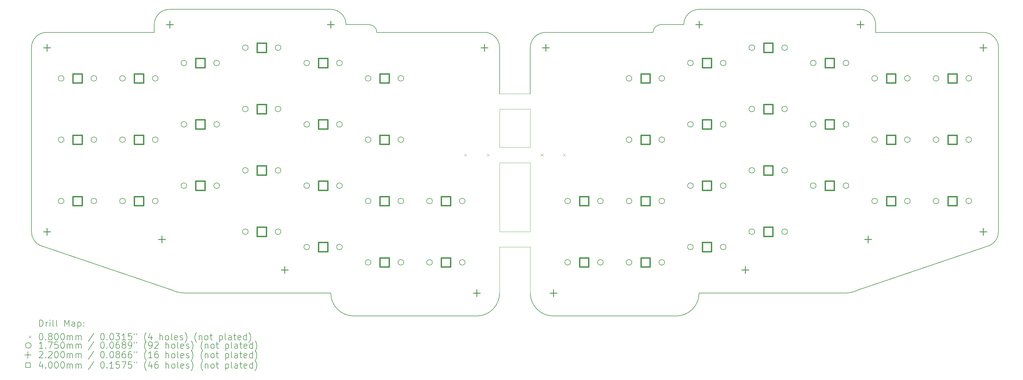
<source format=gbr>
%TF.GenerationSoftware,KiCad,Pcbnew,7.0.8*%
%TF.CreationDate,2023-11-24T19:43:26+09:00*%
%TF.ProjectId,scene46aio,7363656e-6534-4366-9169-6f2e6b696361,rev?*%
%TF.SameCoordinates,Original*%
%TF.FileFunction,Drillmap*%
%TF.FilePolarity,Positive*%
%FSLAX45Y45*%
G04 Gerber Fmt 4.5, Leading zero omitted, Abs format (unit mm)*
G04 Created by KiCad (PCBNEW 7.0.8) date 2023-11-24 19:43:26*
%MOMM*%
%LPD*%
G01*
G04 APERTURE LIST*
%ADD10C,0.100000*%
%ADD11C,0.200000*%
%ADD12C,0.080000*%
%ADD13C,0.175000*%
%ADD14C,0.220000*%
%ADD15C,0.400000*%
G04 APERTURE END LIST*
D10*
X13096875Y-9525000D02*
X13096875Y-10953750D01*
X12144375Y-9525000D02*
X12144375Y-10953750D01*
X12144375Y-6905625D02*
X12144375Y-9048750D01*
X13096875Y-6905625D02*
X13096875Y-9048750D01*
X13096875Y-5238750D02*
X13096875Y-6429375D01*
X12144375Y-5238750D02*
X12144375Y-6429375D01*
X12144375Y-9525000D02*
X13096875Y-9525000D01*
X12144375Y-9048750D02*
X13096875Y-9048750D01*
X13096875Y-6905625D02*
X12144375Y-6905625D01*
X12144375Y-6429375D02*
X13096875Y-6429375D01*
X12144375Y-5238750D02*
X13096875Y-5238750D01*
X12144375Y-4762500D02*
X13096875Y-4762500D01*
D11*
X16906875Y-2857500D02*
X13573125Y-2857500D01*
X17145000Y-2619375D02*
G75*
G03*
X16906875Y-2857500I0J-238125D01*
G01*
X17145000Y-2619375D02*
X17859375Y-2619375D01*
X18335625Y-2143125D02*
G75*
G03*
X17859375Y-2619375I0J-476250D01*
G01*
X18335625Y-2143125D02*
X23336250Y-2143125D01*
X23812500Y-2857500D02*
X23812500Y-2619375D01*
X23812500Y-2619375D02*
G75*
G03*
X23336250Y-2143125I-476250J0D01*
G01*
X23812500Y-2857500D02*
X27146250Y-2857500D01*
X27622500Y-3333750D02*
G75*
G03*
X27146250Y-2857500I-476250J0D01*
G01*
X27622500Y-3333750D02*
X27622500Y-9048750D01*
X27359235Y-9474721D02*
G75*
G03*
X27622500Y-9048750I-212986J425971D01*
G01*
X27359235Y-9474721D02*
X23285971Y-10853192D01*
X22860000Y-10953750D02*
G75*
G03*
X23285971Y-10853192I-1J952502D01*
G01*
X22860000Y-10953750D02*
X18335625Y-10953750D01*
X17621250Y-11668125D02*
G75*
G03*
X18335625Y-10953750I0J714375D01*
G01*
X17621250Y-11668125D02*
X13811250Y-11668125D01*
X13096875Y-10953750D02*
G75*
G03*
X13811250Y-11668125I714375J0D01*
G01*
X13096875Y-3333750D02*
X13096875Y-4762500D01*
X13573125Y-2857500D02*
G75*
G03*
X13096875Y-3333750I0J-476250D01*
G01*
X1955279Y-10853192D02*
X-2117986Y-9474721D01*
X1955279Y-10853192D02*
G75*
G03*
X2381250Y-10953750I425971J851942D01*
G01*
X-2381250Y-9048750D02*
G75*
G03*
X-2117986Y-9474721I476250J0D01*
G01*
X6905625Y-10953750D02*
X2381250Y-10953750D01*
X11430000Y-11668125D02*
X7620000Y-11668125D01*
X6905625Y-10953750D02*
G75*
G03*
X7620000Y-11668125I714375J0D01*
G01*
X11430000Y-11668125D02*
G75*
G03*
X12144375Y-10953750I0J714375D01*
G01*
X12144375Y-3333750D02*
X12144375Y-4762500D01*
X8334375Y-2857500D02*
G75*
G03*
X8096250Y-2619375I-238125J0D01*
G01*
X11668125Y-2857500D02*
X8334375Y-2857500D01*
X12144375Y-3333750D02*
G75*
G03*
X11668125Y-2857500I-476250J0D01*
G01*
X7381875Y-2619375D02*
X8096250Y-2619375D01*
X7381875Y-2619375D02*
G75*
G03*
X6905625Y-2143125I-476250J0D01*
G01*
X1905000Y-2143125D02*
X6905625Y-2143125D01*
X1428750Y-2857500D02*
X1428750Y-2619375D01*
X-1905000Y-2857500D02*
X1428750Y-2857500D01*
X1905000Y-2143125D02*
G75*
G03*
X1428750Y-2619375I0J-476250D01*
G01*
X-2381250Y-3333750D02*
X-2381250Y-9048750D01*
X-1905000Y-2857500D02*
G75*
G03*
X-2381250Y-3333750I0J-476250D01*
G01*
D12*
X11044375Y-6627500D02*
X11124375Y-6707500D01*
X11124375Y-6627500D02*
X11044375Y-6707500D01*
X11744375Y-6627500D02*
X11824375Y-6707500D01*
X11824375Y-6627500D02*
X11744375Y-6707500D01*
X13416875Y-6627500D02*
X13496875Y-6707500D01*
X13496875Y-6627500D02*
X13416875Y-6707500D01*
X14116875Y-6627500D02*
X14196875Y-6707500D01*
X14196875Y-6627500D02*
X14116875Y-6707500D01*
D13*
X-1373000Y-4286250D02*
G75*
G03*
X-1373000Y-4286250I-87500J0D01*
G01*
X-1373000Y-6191250D02*
G75*
G03*
X-1373000Y-6191250I-87500J0D01*
G01*
X-1373000Y-8096250D02*
G75*
G03*
X-1373000Y-8096250I-87500J0D01*
G01*
X-357000Y-4286250D02*
G75*
G03*
X-357000Y-4286250I-87500J0D01*
G01*
X-357000Y-6191250D02*
G75*
G03*
X-357000Y-6191250I-87500J0D01*
G01*
X-357000Y-8096250D02*
G75*
G03*
X-357000Y-8096250I-87500J0D01*
G01*
X532000Y-4286250D02*
G75*
G03*
X532000Y-4286250I-87500J0D01*
G01*
X532000Y-6191250D02*
G75*
G03*
X532000Y-6191250I-87500J0D01*
G01*
X532000Y-8096250D02*
G75*
G03*
X532000Y-8096250I-87500J0D01*
G01*
X1548000Y-4286250D02*
G75*
G03*
X1548000Y-4286250I-87500J0D01*
G01*
X1548000Y-6191250D02*
G75*
G03*
X1548000Y-6191250I-87500J0D01*
G01*
X1548000Y-8096250D02*
G75*
G03*
X1548000Y-8096250I-87500J0D01*
G01*
X2437000Y-3810000D02*
G75*
G03*
X2437000Y-3810000I-87500J0D01*
G01*
X2437000Y-5715000D02*
G75*
G03*
X2437000Y-5715000I-87500J0D01*
G01*
X2437000Y-7620000D02*
G75*
G03*
X2437000Y-7620000I-87500J0D01*
G01*
X3453000Y-3810000D02*
G75*
G03*
X3453000Y-3810000I-87500J0D01*
G01*
X3453000Y-5715000D02*
G75*
G03*
X3453000Y-5715000I-87500J0D01*
G01*
X3453000Y-7620000D02*
G75*
G03*
X3453000Y-7620000I-87500J0D01*
G01*
X4342000Y-3333750D02*
G75*
G03*
X4342000Y-3333750I-87500J0D01*
G01*
X4342000Y-5238750D02*
G75*
G03*
X4342000Y-5238750I-87500J0D01*
G01*
X4342000Y-7143750D02*
G75*
G03*
X4342000Y-7143750I-87500J0D01*
G01*
X4342000Y-9048750D02*
G75*
G03*
X4342000Y-9048750I-87500J0D01*
G01*
X5358000Y-3333750D02*
G75*
G03*
X5358000Y-3333750I-87500J0D01*
G01*
X5358000Y-5238750D02*
G75*
G03*
X5358000Y-5238750I-87500J0D01*
G01*
X5358000Y-7143750D02*
G75*
G03*
X5358000Y-7143750I-87500J0D01*
G01*
X5358000Y-9048750D02*
G75*
G03*
X5358000Y-9048750I-87500J0D01*
G01*
X6247000Y-3810000D02*
G75*
G03*
X6247000Y-3810000I-87500J0D01*
G01*
X6247000Y-5715000D02*
G75*
G03*
X6247000Y-5715000I-87500J0D01*
G01*
X6247000Y-7620000D02*
G75*
G03*
X6247000Y-7620000I-87500J0D01*
G01*
X6247000Y-9525000D02*
G75*
G03*
X6247000Y-9525000I-87500J0D01*
G01*
X7263000Y-3810000D02*
G75*
G03*
X7263000Y-3810000I-87500J0D01*
G01*
X7263000Y-5715000D02*
G75*
G03*
X7263000Y-5715000I-87500J0D01*
G01*
X7263000Y-7620000D02*
G75*
G03*
X7263000Y-7620000I-87500J0D01*
G01*
X7263000Y-9525000D02*
G75*
G03*
X7263000Y-9525000I-87500J0D01*
G01*
X8152000Y-4286250D02*
G75*
G03*
X8152000Y-4286250I-87500J0D01*
G01*
X8152000Y-6191250D02*
G75*
G03*
X8152000Y-6191250I-87500J0D01*
G01*
X8152000Y-8096250D02*
G75*
G03*
X8152000Y-8096250I-87500J0D01*
G01*
X8152000Y-10001250D02*
G75*
G03*
X8152000Y-10001250I-87500J0D01*
G01*
X9168000Y-4286250D02*
G75*
G03*
X9168000Y-4286250I-87500J0D01*
G01*
X9168000Y-6191250D02*
G75*
G03*
X9168000Y-6191250I-87500J0D01*
G01*
X9168000Y-8096250D02*
G75*
G03*
X9168000Y-8096250I-87500J0D01*
G01*
X9168000Y-10001250D02*
G75*
G03*
X9168000Y-10001250I-87500J0D01*
G01*
X10057000Y-8096250D02*
G75*
G03*
X10057000Y-8096250I-87500J0D01*
G01*
X10057000Y-10001250D02*
G75*
G03*
X10057000Y-10001250I-87500J0D01*
G01*
X11073000Y-8096250D02*
G75*
G03*
X11073000Y-8096250I-87500J0D01*
G01*
X11073000Y-10001250D02*
G75*
G03*
X11073000Y-10001250I-87500J0D01*
G01*
X14343250Y-8096250D02*
G75*
G03*
X14343250Y-8096250I-87500J0D01*
G01*
X14343250Y-10001250D02*
G75*
G03*
X14343250Y-10001250I-87500J0D01*
G01*
X15359250Y-8096250D02*
G75*
G03*
X15359250Y-8096250I-87500J0D01*
G01*
X15359250Y-10001250D02*
G75*
G03*
X15359250Y-10001250I-87500J0D01*
G01*
X16248250Y-4286250D02*
G75*
G03*
X16248250Y-4286250I-87500J0D01*
G01*
X16248250Y-6191250D02*
G75*
G03*
X16248250Y-6191250I-87500J0D01*
G01*
X16248250Y-8096250D02*
G75*
G03*
X16248250Y-8096250I-87500J0D01*
G01*
X16248250Y-10001250D02*
G75*
G03*
X16248250Y-10001250I-87500J0D01*
G01*
X17264250Y-4286250D02*
G75*
G03*
X17264250Y-4286250I-87500J0D01*
G01*
X17264250Y-6191250D02*
G75*
G03*
X17264250Y-6191250I-87500J0D01*
G01*
X17264250Y-8096250D02*
G75*
G03*
X17264250Y-8096250I-87500J0D01*
G01*
X17264250Y-10001250D02*
G75*
G03*
X17264250Y-10001250I-87500J0D01*
G01*
X18153250Y-3810000D02*
G75*
G03*
X18153250Y-3810000I-87500J0D01*
G01*
X18153250Y-5715000D02*
G75*
G03*
X18153250Y-5715000I-87500J0D01*
G01*
X18153250Y-7620000D02*
G75*
G03*
X18153250Y-7620000I-87500J0D01*
G01*
X18153250Y-9525000D02*
G75*
G03*
X18153250Y-9525000I-87500J0D01*
G01*
X19169250Y-3810000D02*
G75*
G03*
X19169250Y-3810000I-87500J0D01*
G01*
X19169250Y-5715000D02*
G75*
G03*
X19169250Y-5715000I-87500J0D01*
G01*
X19169250Y-7620000D02*
G75*
G03*
X19169250Y-7620000I-87500J0D01*
G01*
X19169250Y-9525000D02*
G75*
G03*
X19169250Y-9525000I-87500J0D01*
G01*
X20058250Y-3333750D02*
G75*
G03*
X20058250Y-3333750I-87500J0D01*
G01*
X20058250Y-5238750D02*
G75*
G03*
X20058250Y-5238750I-87500J0D01*
G01*
X20058250Y-7143750D02*
G75*
G03*
X20058250Y-7143750I-87500J0D01*
G01*
X20058250Y-9048750D02*
G75*
G03*
X20058250Y-9048750I-87500J0D01*
G01*
X21074250Y-3333750D02*
G75*
G03*
X21074250Y-3333750I-87500J0D01*
G01*
X21074250Y-5238750D02*
G75*
G03*
X21074250Y-5238750I-87500J0D01*
G01*
X21074250Y-7143750D02*
G75*
G03*
X21074250Y-7143750I-87500J0D01*
G01*
X21074250Y-9048750D02*
G75*
G03*
X21074250Y-9048750I-87500J0D01*
G01*
X21963250Y-3810000D02*
G75*
G03*
X21963250Y-3810000I-87500J0D01*
G01*
X21963250Y-5715000D02*
G75*
G03*
X21963250Y-5715000I-87500J0D01*
G01*
X21963250Y-7620000D02*
G75*
G03*
X21963250Y-7620000I-87500J0D01*
G01*
X22979250Y-3810000D02*
G75*
G03*
X22979250Y-3810000I-87500J0D01*
G01*
X22979250Y-5715000D02*
G75*
G03*
X22979250Y-5715000I-87500J0D01*
G01*
X22979250Y-7620000D02*
G75*
G03*
X22979250Y-7620000I-87500J0D01*
G01*
X23868250Y-4286250D02*
G75*
G03*
X23868250Y-4286250I-87500J0D01*
G01*
X23868250Y-6191250D02*
G75*
G03*
X23868250Y-6191250I-87500J0D01*
G01*
X23868250Y-8096250D02*
G75*
G03*
X23868250Y-8096250I-87500J0D01*
G01*
X24884250Y-4286250D02*
G75*
G03*
X24884250Y-4286250I-87500J0D01*
G01*
X24884250Y-6191250D02*
G75*
G03*
X24884250Y-6191250I-87500J0D01*
G01*
X24884250Y-8096250D02*
G75*
G03*
X24884250Y-8096250I-87500J0D01*
G01*
X25773250Y-4286250D02*
G75*
G03*
X25773250Y-4286250I-87500J0D01*
G01*
X25773250Y-6191250D02*
G75*
G03*
X25773250Y-6191250I-87500J0D01*
G01*
X25773250Y-8096250D02*
G75*
G03*
X25773250Y-8096250I-87500J0D01*
G01*
X26789250Y-4286250D02*
G75*
G03*
X26789250Y-4286250I-87500J0D01*
G01*
X26789250Y-6191250D02*
G75*
G03*
X26789250Y-6191250I-87500J0D01*
G01*
X26789250Y-8096250D02*
G75*
G03*
X26789250Y-8096250I-87500J0D01*
G01*
D14*
X-1905000Y-3223750D02*
X-1905000Y-3443750D01*
X-2015000Y-3333750D02*
X-1795000Y-3333750D01*
X-1905000Y-8938750D02*
X-1905000Y-9158750D01*
X-2015000Y-9048750D02*
X-1795000Y-9048750D01*
X1666875Y-9176875D02*
X1666875Y-9396875D01*
X1556875Y-9286875D02*
X1776875Y-9286875D01*
X1905000Y-2509375D02*
X1905000Y-2729375D01*
X1795000Y-2619375D02*
X2015000Y-2619375D01*
X5476875Y-10129375D02*
X5476875Y-10349375D01*
X5366875Y-10239375D02*
X5586875Y-10239375D01*
X6905625Y-2509375D02*
X6905625Y-2729375D01*
X6795625Y-2619375D02*
X7015625Y-2619375D01*
X11430000Y-10843750D02*
X11430000Y-11063750D01*
X11320000Y-10953750D02*
X11540000Y-10953750D01*
X11668125Y-3223750D02*
X11668125Y-3443750D01*
X11558125Y-3333750D02*
X11778125Y-3333750D01*
X13573125Y-3223750D02*
X13573125Y-3443750D01*
X13463125Y-3333750D02*
X13683125Y-3333750D01*
X13811250Y-10843750D02*
X13811250Y-11063750D01*
X13701250Y-10953750D02*
X13921250Y-10953750D01*
X18335625Y-2509375D02*
X18335625Y-2729375D01*
X18225625Y-2619375D02*
X18445625Y-2619375D01*
X19764375Y-10129375D02*
X19764375Y-10349375D01*
X19654375Y-10239375D02*
X19874375Y-10239375D01*
X23336250Y-2509375D02*
X23336250Y-2729375D01*
X23226250Y-2619375D02*
X23446250Y-2619375D01*
X23574375Y-9176875D02*
X23574375Y-9396875D01*
X23464375Y-9286875D02*
X23684375Y-9286875D01*
X27146250Y-3223750D02*
X27146250Y-3443750D01*
X27036250Y-3333750D02*
X27256250Y-3333750D01*
X27146250Y-8938750D02*
X27146250Y-9158750D01*
X27036250Y-9048750D02*
X27256250Y-9048750D01*
D15*
X-811077Y-4427673D02*
X-811077Y-4144827D01*
X-1093923Y-4144827D01*
X-1093923Y-4427673D01*
X-811077Y-4427673D01*
X-811077Y-6332673D02*
X-811077Y-6049827D01*
X-1093923Y-6049827D01*
X-1093923Y-6332673D01*
X-811077Y-6332673D01*
X-811077Y-8237673D02*
X-811077Y-7954827D01*
X-1093923Y-7954827D01*
X-1093923Y-8237673D01*
X-811077Y-8237673D01*
X1093923Y-4427673D02*
X1093923Y-4144827D01*
X811077Y-4144827D01*
X811077Y-4427673D01*
X1093923Y-4427673D01*
X1093923Y-6332673D02*
X1093923Y-6049827D01*
X811077Y-6049827D01*
X811077Y-6332673D01*
X1093923Y-6332673D01*
X1093923Y-8237673D02*
X1093923Y-7954827D01*
X811077Y-7954827D01*
X811077Y-8237673D01*
X1093923Y-8237673D01*
X2998923Y-3951423D02*
X2998923Y-3668577D01*
X2716077Y-3668577D01*
X2716077Y-3951423D01*
X2998923Y-3951423D01*
X2998923Y-5856423D02*
X2998923Y-5573577D01*
X2716077Y-5573577D01*
X2716077Y-5856423D01*
X2998923Y-5856423D01*
X2998923Y-7761423D02*
X2998923Y-7478577D01*
X2716077Y-7478577D01*
X2716077Y-7761423D01*
X2998923Y-7761423D01*
X4903923Y-3475173D02*
X4903923Y-3192327D01*
X4621077Y-3192327D01*
X4621077Y-3475173D01*
X4903923Y-3475173D01*
X4903923Y-5380173D02*
X4903923Y-5097327D01*
X4621077Y-5097327D01*
X4621077Y-5380173D01*
X4903923Y-5380173D01*
X4903923Y-7285173D02*
X4903923Y-7002327D01*
X4621077Y-7002327D01*
X4621077Y-7285173D01*
X4903923Y-7285173D01*
X4903923Y-9190173D02*
X4903923Y-8907327D01*
X4621077Y-8907327D01*
X4621077Y-9190173D01*
X4903923Y-9190173D01*
X6808923Y-3951423D02*
X6808923Y-3668577D01*
X6526077Y-3668577D01*
X6526077Y-3951423D01*
X6808923Y-3951423D01*
X6808923Y-5856423D02*
X6808923Y-5573577D01*
X6526077Y-5573577D01*
X6526077Y-5856423D01*
X6808923Y-5856423D01*
X6808923Y-7761423D02*
X6808923Y-7478577D01*
X6526077Y-7478577D01*
X6526077Y-7761423D01*
X6808923Y-7761423D01*
X6808923Y-9666423D02*
X6808923Y-9383577D01*
X6526077Y-9383577D01*
X6526077Y-9666423D01*
X6808923Y-9666423D01*
X8713923Y-4427673D02*
X8713923Y-4144827D01*
X8431077Y-4144827D01*
X8431077Y-4427673D01*
X8713923Y-4427673D01*
X8713923Y-6332673D02*
X8713923Y-6049827D01*
X8431077Y-6049827D01*
X8431077Y-6332673D01*
X8713923Y-6332673D01*
X8713923Y-8237673D02*
X8713923Y-7954827D01*
X8431077Y-7954827D01*
X8431077Y-8237673D01*
X8713923Y-8237673D01*
X8713923Y-10142673D02*
X8713923Y-9859827D01*
X8431077Y-9859827D01*
X8431077Y-10142673D01*
X8713923Y-10142673D01*
X10618923Y-8237673D02*
X10618923Y-7954827D01*
X10336077Y-7954827D01*
X10336077Y-8237673D01*
X10618923Y-8237673D01*
X10618923Y-10142673D02*
X10618923Y-9859827D01*
X10336077Y-9859827D01*
X10336077Y-10142673D01*
X10618923Y-10142673D01*
X14905173Y-8237673D02*
X14905173Y-7954827D01*
X14622327Y-7954827D01*
X14622327Y-8237673D01*
X14905173Y-8237673D01*
X14905173Y-10142673D02*
X14905173Y-9859827D01*
X14622327Y-9859827D01*
X14622327Y-10142673D01*
X14905173Y-10142673D01*
X16810173Y-4427673D02*
X16810173Y-4144827D01*
X16527327Y-4144827D01*
X16527327Y-4427673D01*
X16810173Y-4427673D01*
X16810173Y-6332673D02*
X16810173Y-6049827D01*
X16527327Y-6049827D01*
X16527327Y-6332673D01*
X16810173Y-6332673D01*
X16810173Y-8237673D02*
X16810173Y-7954827D01*
X16527327Y-7954827D01*
X16527327Y-8237673D01*
X16810173Y-8237673D01*
X16810173Y-10142673D02*
X16810173Y-9859827D01*
X16527327Y-9859827D01*
X16527327Y-10142673D01*
X16810173Y-10142673D01*
X18715173Y-3951423D02*
X18715173Y-3668577D01*
X18432327Y-3668577D01*
X18432327Y-3951423D01*
X18715173Y-3951423D01*
X18715173Y-5856423D02*
X18715173Y-5573577D01*
X18432327Y-5573577D01*
X18432327Y-5856423D01*
X18715173Y-5856423D01*
X18715173Y-7761423D02*
X18715173Y-7478577D01*
X18432327Y-7478577D01*
X18432327Y-7761423D01*
X18715173Y-7761423D01*
X18715173Y-9666423D02*
X18715173Y-9383577D01*
X18432327Y-9383577D01*
X18432327Y-9666423D01*
X18715173Y-9666423D01*
X20620173Y-3475173D02*
X20620173Y-3192327D01*
X20337327Y-3192327D01*
X20337327Y-3475173D01*
X20620173Y-3475173D01*
X20620173Y-5380173D02*
X20620173Y-5097327D01*
X20337327Y-5097327D01*
X20337327Y-5380173D01*
X20620173Y-5380173D01*
X20620173Y-7285173D02*
X20620173Y-7002327D01*
X20337327Y-7002327D01*
X20337327Y-7285173D01*
X20620173Y-7285173D01*
X20620173Y-9190173D02*
X20620173Y-8907327D01*
X20337327Y-8907327D01*
X20337327Y-9190173D01*
X20620173Y-9190173D01*
X22525173Y-3951423D02*
X22525173Y-3668577D01*
X22242327Y-3668577D01*
X22242327Y-3951423D01*
X22525173Y-3951423D01*
X22525173Y-5856423D02*
X22525173Y-5573577D01*
X22242327Y-5573577D01*
X22242327Y-5856423D01*
X22525173Y-5856423D01*
X22525173Y-7761423D02*
X22525173Y-7478577D01*
X22242327Y-7478577D01*
X22242327Y-7761423D01*
X22525173Y-7761423D01*
X24430173Y-4427673D02*
X24430173Y-4144827D01*
X24147327Y-4144827D01*
X24147327Y-4427673D01*
X24430173Y-4427673D01*
X24430173Y-6332673D02*
X24430173Y-6049827D01*
X24147327Y-6049827D01*
X24147327Y-6332673D01*
X24430173Y-6332673D01*
X24430173Y-8237673D02*
X24430173Y-7954827D01*
X24147327Y-7954827D01*
X24147327Y-8237673D01*
X24430173Y-8237673D01*
X26335173Y-4427673D02*
X26335173Y-4144827D01*
X26052327Y-4144827D01*
X26052327Y-4427673D01*
X26335173Y-4427673D01*
X26335173Y-6332673D02*
X26335173Y-6049827D01*
X26052327Y-6049827D01*
X26052327Y-6332673D01*
X26335173Y-6332673D01*
X26335173Y-8237673D02*
X26335173Y-7954827D01*
X26052327Y-7954827D01*
X26052327Y-8237673D01*
X26335173Y-8237673D01*
D11*
X-2130473Y-11989609D02*
X-2130473Y-11789609D01*
X-2130473Y-11789609D02*
X-2082854Y-11789609D01*
X-2082854Y-11789609D02*
X-2054283Y-11799133D01*
X-2054283Y-11799133D02*
X-2035235Y-11818180D01*
X-2035235Y-11818180D02*
X-2025711Y-11837228D01*
X-2025711Y-11837228D02*
X-2016187Y-11875323D01*
X-2016187Y-11875323D02*
X-2016187Y-11903894D01*
X-2016187Y-11903894D02*
X-2025711Y-11941990D01*
X-2025711Y-11941990D02*
X-2035235Y-11961037D01*
X-2035235Y-11961037D02*
X-2054283Y-11980085D01*
X-2054283Y-11980085D02*
X-2082854Y-11989609D01*
X-2082854Y-11989609D02*
X-2130473Y-11989609D01*
X-1930473Y-11989609D02*
X-1930473Y-11856275D01*
X-1930473Y-11894371D02*
X-1920949Y-11875323D01*
X-1920949Y-11875323D02*
X-1911425Y-11865799D01*
X-1911425Y-11865799D02*
X-1892378Y-11856275D01*
X-1892378Y-11856275D02*
X-1873330Y-11856275D01*
X-1806664Y-11989609D02*
X-1806664Y-11856275D01*
X-1806664Y-11789609D02*
X-1816187Y-11799133D01*
X-1816187Y-11799133D02*
X-1806664Y-11808656D01*
X-1806664Y-11808656D02*
X-1797140Y-11799133D01*
X-1797140Y-11799133D02*
X-1806664Y-11789609D01*
X-1806664Y-11789609D02*
X-1806664Y-11808656D01*
X-1682854Y-11989609D02*
X-1701902Y-11980085D01*
X-1701902Y-11980085D02*
X-1711425Y-11961037D01*
X-1711425Y-11961037D02*
X-1711425Y-11789609D01*
X-1578092Y-11989609D02*
X-1597140Y-11980085D01*
X-1597140Y-11980085D02*
X-1606664Y-11961037D01*
X-1606664Y-11961037D02*
X-1606664Y-11789609D01*
X-1349521Y-11989609D02*
X-1349521Y-11789609D01*
X-1349521Y-11789609D02*
X-1282854Y-11932466D01*
X-1282854Y-11932466D02*
X-1216187Y-11789609D01*
X-1216187Y-11789609D02*
X-1216187Y-11989609D01*
X-1035235Y-11989609D02*
X-1035235Y-11884847D01*
X-1035235Y-11884847D02*
X-1044759Y-11865799D01*
X-1044759Y-11865799D02*
X-1063806Y-11856275D01*
X-1063806Y-11856275D02*
X-1101902Y-11856275D01*
X-1101902Y-11856275D02*
X-1120949Y-11865799D01*
X-1035235Y-11980085D02*
X-1054283Y-11989609D01*
X-1054283Y-11989609D02*
X-1101902Y-11989609D01*
X-1101902Y-11989609D02*
X-1120949Y-11980085D01*
X-1120949Y-11980085D02*
X-1130473Y-11961037D01*
X-1130473Y-11961037D02*
X-1130473Y-11941990D01*
X-1130473Y-11941990D02*
X-1120949Y-11922942D01*
X-1120949Y-11922942D02*
X-1101902Y-11913418D01*
X-1101902Y-11913418D02*
X-1054283Y-11913418D01*
X-1054283Y-11913418D02*
X-1035235Y-11903894D01*
X-939997Y-11856275D02*
X-939997Y-12056275D01*
X-939997Y-11865799D02*
X-920949Y-11856275D01*
X-920949Y-11856275D02*
X-882854Y-11856275D01*
X-882854Y-11856275D02*
X-863806Y-11865799D01*
X-863806Y-11865799D02*
X-854283Y-11875323D01*
X-854283Y-11875323D02*
X-844759Y-11894371D01*
X-844759Y-11894371D02*
X-844759Y-11951513D01*
X-844759Y-11951513D02*
X-854283Y-11970561D01*
X-854283Y-11970561D02*
X-863806Y-11980085D01*
X-863806Y-11980085D02*
X-882854Y-11989609D01*
X-882854Y-11989609D02*
X-920949Y-11989609D01*
X-920949Y-11989609D02*
X-939997Y-11980085D01*
X-759044Y-11970561D02*
X-749521Y-11980085D01*
X-749521Y-11980085D02*
X-759044Y-11989609D01*
X-759044Y-11989609D02*
X-768568Y-11980085D01*
X-768568Y-11980085D02*
X-759044Y-11970561D01*
X-759044Y-11970561D02*
X-759044Y-11989609D01*
X-759044Y-11865799D02*
X-749521Y-11875323D01*
X-749521Y-11875323D02*
X-759044Y-11884847D01*
X-759044Y-11884847D02*
X-768568Y-11875323D01*
X-768568Y-11875323D02*
X-759044Y-11865799D01*
X-759044Y-11865799D02*
X-759044Y-11884847D01*
D12*
X-2471250Y-12278125D02*
X-2391250Y-12358125D01*
X-2391250Y-12278125D02*
X-2471250Y-12358125D01*
D11*
X-2092378Y-12209609D02*
X-2073330Y-12209609D01*
X-2073330Y-12209609D02*
X-2054283Y-12219133D01*
X-2054283Y-12219133D02*
X-2044759Y-12228656D01*
X-2044759Y-12228656D02*
X-2035235Y-12247704D01*
X-2035235Y-12247704D02*
X-2025711Y-12285799D01*
X-2025711Y-12285799D02*
X-2025711Y-12333418D01*
X-2025711Y-12333418D02*
X-2035235Y-12371513D01*
X-2035235Y-12371513D02*
X-2044759Y-12390561D01*
X-2044759Y-12390561D02*
X-2054283Y-12400085D01*
X-2054283Y-12400085D02*
X-2073330Y-12409609D01*
X-2073330Y-12409609D02*
X-2092378Y-12409609D01*
X-2092378Y-12409609D02*
X-2111426Y-12400085D01*
X-2111426Y-12400085D02*
X-2120949Y-12390561D01*
X-2120949Y-12390561D02*
X-2130473Y-12371513D01*
X-2130473Y-12371513D02*
X-2139997Y-12333418D01*
X-2139997Y-12333418D02*
X-2139997Y-12285799D01*
X-2139997Y-12285799D02*
X-2130473Y-12247704D01*
X-2130473Y-12247704D02*
X-2120949Y-12228656D01*
X-2120949Y-12228656D02*
X-2111426Y-12219133D01*
X-2111426Y-12219133D02*
X-2092378Y-12209609D01*
X-1939997Y-12390561D02*
X-1930473Y-12400085D01*
X-1930473Y-12400085D02*
X-1939997Y-12409609D01*
X-1939997Y-12409609D02*
X-1949521Y-12400085D01*
X-1949521Y-12400085D02*
X-1939997Y-12390561D01*
X-1939997Y-12390561D02*
X-1939997Y-12409609D01*
X-1816187Y-12295323D02*
X-1835235Y-12285799D01*
X-1835235Y-12285799D02*
X-1844759Y-12276275D01*
X-1844759Y-12276275D02*
X-1854283Y-12257228D01*
X-1854283Y-12257228D02*
X-1854283Y-12247704D01*
X-1854283Y-12247704D02*
X-1844759Y-12228656D01*
X-1844759Y-12228656D02*
X-1835235Y-12219133D01*
X-1835235Y-12219133D02*
X-1816187Y-12209609D01*
X-1816187Y-12209609D02*
X-1778092Y-12209609D01*
X-1778092Y-12209609D02*
X-1759044Y-12219133D01*
X-1759044Y-12219133D02*
X-1749521Y-12228656D01*
X-1749521Y-12228656D02*
X-1739997Y-12247704D01*
X-1739997Y-12247704D02*
X-1739997Y-12257228D01*
X-1739997Y-12257228D02*
X-1749521Y-12276275D01*
X-1749521Y-12276275D02*
X-1759044Y-12285799D01*
X-1759044Y-12285799D02*
X-1778092Y-12295323D01*
X-1778092Y-12295323D02*
X-1816187Y-12295323D01*
X-1816187Y-12295323D02*
X-1835235Y-12304847D01*
X-1835235Y-12304847D02*
X-1844759Y-12314371D01*
X-1844759Y-12314371D02*
X-1854283Y-12333418D01*
X-1854283Y-12333418D02*
X-1854283Y-12371513D01*
X-1854283Y-12371513D02*
X-1844759Y-12390561D01*
X-1844759Y-12390561D02*
X-1835235Y-12400085D01*
X-1835235Y-12400085D02*
X-1816187Y-12409609D01*
X-1816187Y-12409609D02*
X-1778092Y-12409609D01*
X-1778092Y-12409609D02*
X-1759044Y-12400085D01*
X-1759044Y-12400085D02*
X-1749521Y-12390561D01*
X-1749521Y-12390561D02*
X-1739997Y-12371513D01*
X-1739997Y-12371513D02*
X-1739997Y-12333418D01*
X-1739997Y-12333418D02*
X-1749521Y-12314371D01*
X-1749521Y-12314371D02*
X-1759044Y-12304847D01*
X-1759044Y-12304847D02*
X-1778092Y-12295323D01*
X-1616187Y-12209609D02*
X-1597140Y-12209609D01*
X-1597140Y-12209609D02*
X-1578092Y-12219133D01*
X-1578092Y-12219133D02*
X-1568568Y-12228656D01*
X-1568568Y-12228656D02*
X-1559044Y-12247704D01*
X-1559044Y-12247704D02*
X-1549521Y-12285799D01*
X-1549521Y-12285799D02*
X-1549521Y-12333418D01*
X-1549521Y-12333418D02*
X-1559044Y-12371513D01*
X-1559044Y-12371513D02*
X-1568568Y-12390561D01*
X-1568568Y-12390561D02*
X-1578092Y-12400085D01*
X-1578092Y-12400085D02*
X-1597140Y-12409609D01*
X-1597140Y-12409609D02*
X-1616187Y-12409609D01*
X-1616187Y-12409609D02*
X-1635235Y-12400085D01*
X-1635235Y-12400085D02*
X-1644759Y-12390561D01*
X-1644759Y-12390561D02*
X-1654283Y-12371513D01*
X-1654283Y-12371513D02*
X-1663806Y-12333418D01*
X-1663806Y-12333418D02*
X-1663806Y-12285799D01*
X-1663806Y-12285799D02*
X-1654283Y-12247704D01*
X-1654283Y-12247704D02*
X-1644759Y-12228656D01*
X-1644759Y-12228656D02*
X-1635235Y-12219133D01*
X-1635235Y-12219133D02*
X-1616187Y-12209609D01*
X-1425711Y-12209609D02*
X-1406663Y-12209609D01*
X-1406663Y-12209609D02*
X-1387616Y-12219133D01*
X-1387616Y-12219133D02*
X-1378092Y-12228656D01*
X-1378092Y-12228656D02*
X-1368568Y-12247704D01*
X-1368568Y-12247704D02*
X-1359045Y-12285799D01*
X-1359045Y-12285799D02*
X-1359045Y-12333418D01*
X-1359045Y-12333418D02*
X-1368568Y-12371513D01*
X-1368568Y-12371513D02*
X-1378092Y-12390561D01*
X-1378092Y-12390561D02*
X-1387616Y-12400085D01*
X-1387616Y-12400085D02*
X-1406663Y-12409609D01*
X-1406663Y-12409609D02*
X-1425711Y-12409609D01*
X-1425711Y-12409609D02*
X-1444759Y-12400085D01*
X-1444759Y-12400085D02*
X-1454283Y-12390561D01*
X-1454283Y-12390561D02*
X-1463806Y-12371513D01*
X-1463806Y-12371513D02*
X-1473330Y-12333418D01*
X-1473330Y-12333418D02*
X-1473330Y-12285799D01*
X-1473330Y-12285799D02*
X-1463806Y-12247704D01*
X-1463806Y-12247704D02*
X-1454283Y-12228656D01*
X-1454283Y-12228656D02*
X-1444759Y-12219133D01*
X-1444759Y-12219133D02*
X-1425711Y-12209609D01*
X-1273330Y-12409609D02*
X-1273330Y-12276275D01*
X-1273330Y-12295323D02*
X-1263806Y-12285799D01*
X-1263806Y-12285799D02*
X-1244759Y-12276275D01*
X-1244759Y-12276275D02*
X-1216187Y-12276275D01*
X-1216187Y-12276275D02*
X-1197140Y-12285799D01*
X-1197140Y-12285799D02*
X-1187616Y-12304847D01*
X-1187616Y-12304847D02*
X-1187616Y-12409609D01*
X-1187616Y-12304847D02*
X-1178092Y-12285799D01*
X-1178092Y-12285799D02*
X-1159045Y-12276275D01*
X-1159045Y-12276275D02*
X-1130473Y-12276275D01*
X-1130473Y-12276275D02*
X-1111425Y-12285799D01*
X-1111425Y-12285799D02*
X-1101902Y-12304847D01*
X-1101902Y-12304847D02*
X-1101902Y-12409609D01*
X-1006663Y-12409609D02*
X-1006663Y-12276275D01*
X-1006663Y-12295323D02*
X-997140Y-12285799D01*
X-997140Y-12285799D02*
X-978092Y-12276275D01*
X-978092Y-12276275D02*
X-949521Y-12276275D01*
X-949521Y-12276275D02*
X-930473Y-12285799D01*
X-930473Y-12285799D02*
X-920949Y-12304847D01*
X-920949Y-12304847D02*
X-920949Y-12409609D01*
X-920949Y-12304847D02*
X-911425Y-12285799D01*
X-911425Y-12285799D02*
X-892378Y-12276275D01*
X-892378Y-12276275D02*
X-863806Y-12276275D01*
X-863806Y-12276275D02*
X-844759Y-12285799D01*
X-844759Y-12285799D02*
X-835235Y-12304847D01*
X-835235Y-12304847D02*
X-835235Y-12409609D01*
X-444759Y-12200085D02*
X-616187Y-12457228D01*
X-187616Y-12209609D02*
X-168568Y-12209609D01*
X-168568Y-12209609D02*
X-149521Y-12219133D01*
X-149521Y-12219133D02*
X-139997Y-12228656D01*
X-139997Y-12228656D02*
X-130473Y-12247704D01*
X-130473Y-12247704D02*
X-120949Y-12285799D01*
X-120949Y-12285799D02*
X-120949Y-12333418D01*
X-120949Y-12333418D02*
X-130473Y-12371513D01*
X-130473Y-12371513D02*
X-139997Y-12390561D01*
X-139997Y-12390561D02*
X-149521Y-12400085D01*
X-149521Y-12400085D02*
X-168568Y-12409609D01*
X-168568Y-12409609D02*
X-187616Y-12409609D01*
X-187616Y-12409609D02*
X-206663Y-12400085D01*
X-206663Y-12400085D02*
X-216187Y-12390561D01*
X-216187Y-12390561D02*
X-225711Y-12371513D01*
X-225711Y-12371513D02*
X-235235Y-12333418D01*
X-235235Y-12333418D02*
X-235235Y-12285799D01*
X-235235Y-12285799D02*
X-225711Y-12247704D01*
X-225711Y-12247704D02*
X-216187Y-12228656D01*
X-216187Y-12228656D02*
X-206663Y-12219133D01*
X-206663Y-12219133D02*
X-187616Y-12209609D01*
X-35235Y-12390561D02*
X-25711Y-12400085D01*
X-25711Y-12400085D02*
X-35235Y-12409609D01*
X-35235Y-12409609D02*
X-44759Y-12400085D01*
X-44759Y-12400085D02*
X-35235Y-12390561D01*
X-35235Y-12390561D02*
X-35235Y-12409609D01*
X98098Y-12209609D02*
X117146Y-12209609D01*
X117146Y-12209609D02*
X136194Y-12219133D01*
X136194Y-12219133D02*
X145718Y-12228656D01*
X145718Y-12228656D02*
X155241Y-12247704D01*
X155241Y-12247704D02*
X164765Y-12285799D01*
X164765Y-12285799D02*
X164765Y-12333418D01*
X164765Y-12333418D02*
X155241Y-12371513D01*
X155241Y-12371513D02*
X145718Y-12390561D01*
X145718Y-12390561D02*
X136194Y-12400085D01*
X136194Y-12400085D02*
X117146Y-12409609D01*
X117146Y-12409609D02*
X98098Y-12409609D01*
X98098Y-12409609D02*
X79051Y-12400085D01*
X79051Y-12400085D02*
X69527Y-12390561D01*
X69527Y-12390561D02*
X60003Y-12371513D01*
X60003Y-12371513D02*
X50479Y-12333418D01*
X50479Y-12333418D02*
X50479Y-12285799D01*
X50479Y-12285799D02*
X60003Y-12247704D01*
X60003Y-12247704D02*
X69527Y-12228656D01*
X69527Y-12228656D02*
X79051Y-12219133D01*
X79051Y-12219133D02*
X98098Y-12209609D01*
X231432Y-12209609D02*
X355241Y-12209609D01*
X355241Y-12209609D02*
X288575Y-12285799D01*
X288575Y-12285799D02*
X317146Y-12285799D01*
X317146Y-12285799D02*
X336194Y-12295323D01*
X336194Y-12295323D02*
X345718Y-12304847D01*
X345718Y-12304847D02*
X355241Y-12323894D01*
X355241Y-12323894D02*
X355241Y-12371513D01*
X355241Y-12371513D02*
X345718Y-12390561D01*
X345718Y-12390561D02*
X336194Y-12400085D01*
X336194Y-12400085D02*
X317146Y-12409609D01*
X317146Y-12409609D02*
X260003Y-12409609D01*
X260003Y-12409609D02*
X240956Y-12400085D01*
X240956Y-12400085D02*
X231432Y-12390561D01*
X545718Y-12409609D02*
X431432Y-12409609D01*
X488575Y-12409609D02*
X488575Y-12209609D01*
X488575Y-12209609D02*
X469527Y-12238180D01*
X469527Y-12238180D02*
X450479Y-12257228D01*
X450479Y-12257228D02*
X431432Y-12266752D01*
X726670Y-12209609D02*
X631432Y-12209609D01*
X631432Y-12209609D02*
X621908Y-12304847D01*
X621908Y-12304847D02*
X631432Y-12295323D01*
X631432Y-12295323D02*
X650479Y-12285799D01*
X650479Y-12285799D02*
X698099Y-12285799D01*
X698099Y-12285799D02*
X717146Y-12295323D01*
X717146Y-12295323D02*
X726670Y-12304847D01*
X726670Y-12304847D02*
X736194Y-12323894D01*
X736194Y-12323894D02*
X736194Y-12371513D01*
X736194Y-12371513D02*
X726670Y-12390561D01*
X726670Y-12390561D02*
X717146Y-12400085D01*
X717146Y-12400085D02*
X698099Y-12409609D01*
X698099Y-12409609D02*
X650479Y-12409609D01*
X650479Y-12409609D02*
X631432Y-12400085D01*
X631432Y-12400085D02*
X621908Y-12390561D01*
X812384Y-12209609D02*
X812384Y-12247704D01*
X888575Y-12209609D02*
X888575Y-12247704D01*
X1183813Y-12485799D02*
X1174289Y-12476275D01*
X1174289Y-12476275D02*
X1155241Y-12447704D01*
X1155241Y-12447704D02*
X1145718Y-12428656D01*
X1145718Y-12428656D02*
X1136194Y-12400085D01*
X1136194Y-12400085D02*
X1126670Y-12352466D01*
X1126670Y-12352466D02*
X1126670Y-12314371D01*
X1126670Y-12314371D02*
X1136194Y-12266752D01*
X1136194Y-12266752D02*
X1145718Y-12238180D01*
X1145718Y-12238180D02*
X1155241Y-12219133D01*
X1155241Y-12219133D02*
X1174289Y-12190561D01*
X1174289Y-12190561D02*
X1183813Y-12181037D01*
X1345718Y-12276275D02*
X1345718Y-12409609D01*
X1298099Y-12200085D02*
X1250480Y-12342942D01*
X1250480Y-12342942D02*
X1374289Y-12342942D01*
X1602860Y-12409609D02*
X1602860Y-12209609D01*
X1688575Y-12409609D02*
X1688575Y-12304847D01*
X1688575Y-12304847D02*
X1679051Y-12285799D01*
X1679051Y-12285799D02*
X1660003Y-12276275D01*
X1660003Y-12276275D02*
X1631432Y-12276275D01*
X1631432Y-12276275D02*
X1612384Y-12285799D01*
X1612384Y-12285799D02*
X1602860Y-12295323D01*
X1812384Y-12409609D02*
X1793337Y-12400085D01*
X1793337Y-12400085D02*
X1783813Y-12390561D01*
X1783813Y-12390561D02*
X1774289Y-12371513D01*
X1774289Y-12371513D02*
X1774289Y-12314371D01*
X1774289Y-12314371D02*
X1783813Y-12295323D01*
X1783813Y-12295323D02*
X1793337Y-12285799D01*
X1793337Y-12285799D02*
X1812384Y-12276275D01*
X1812384Y-12276275D02*
X1840956Y-12276275D01*
X1840956Y-12276275D02*
X1860003Y-12285799D01*
X1860003Y-12285799D02*
X1869527Y-12295323D01*
X1869527Y-12295323D02*
X1879051Y-12314371D01*
X1879051Y-12314371D02*
X1879051Y-12371513D01*
X1879051Y-12371513D02*
X1869527Y-12390561D01*
X1869527Y-12390561D02*
X1860003Y-12400085D01*
X1860003Y-12400085D02*
X1840956Y-12409609D01*
X1840956Y-12409609D02*
X1812384Y-12409609D01*
X1993337Y-12409609D02*
X1974289Y-12400085D01*
X1974289Y-12400085D02*
X1964765Y-12381037D01*
X1964765Y-12381037D02*
X1964765Y-12209609D01*
X2145718Y-12400085D02*
X2126670Y-12409609D01*
X2126670Y-12409609D02*
X2088575Y-12409609D01*
X2088575Y-12409609D02*
X2069527Y-12400085D01*
X2069527Y-12400085D02*
X2060003Y-12381037D01*
X2060003Y-12381037D02*
X2060003Y-12304847D01*
X2060003Y-12304847D02*
X2069527Y-12285799D01*
X2069527Y-12285799D02*
X2088575Y-12276275D01*
X2088575Y-12276275D02*
X2126670Y-12276275D01*
X2126670Y-12276275D02*
X2145718Y-12285799D01*
X2145718Y-12285799D02*
X2155242Y-12304847D01*
X2155242Y-12304847D02*
X2155242Y-12323894D01*
X2155242Y-12323894D02*
X2060003Y-12342942D01*
X2231432Y-12400085D02*
X2250480Y-12409609D01*
X2250480Y-12409609D02*
X2288575Y-12409609D01*
X2288575Y-12409609D02*
X2307623Y-12400085D01*
X2307623Y-12400085D02*
X2317146Y-12381037D01*
X2317146Y-12381037D02*
X2317146Y-12371513D01*
X2317146Y-12371513D02*
X2307623Y-12352466D01*
X2307623Y-12352466D02*
X2288575Y-12342942D01*
X2288575Y-12342942D02*
X2260003Y-12342942D01*
X2260003Y-12342942D02*
X2240956Y-12333418D01*
X2240956Y-12333418D02*
X2231432Y-12314371D01*
X2231432Y-12314371D02*
X2231432Y-12304847D01*
X2231432Y-12304847D02*
X2240956Y-12285799D01*
X2240956Y-12285799D02*
X2260003Y-12276275D01*
X2260003Y-12276275D02*
X2288575Y-12276275D01*
X2288575Y-12276275D02*
X2307623Y-12285799D01*
X2383813Y-12485799D02*
X2393337Y-12476275D01*
X2393337Y-12476275D02*
X2412384Y-12447704D01*
X2412384Y-12447704D02*
X2421908Y-12428656D01*
X2421908Y-12428656D02*
X2431432Y-12400085D01*
X2431432Y-12400085D02*
X2440956Y-12352466D01*
X2440956Y-12352466D02*
X2440956Y-12314371D01*
X2440956Y-12314371D02*
X2431432Y-12266752D01*
X2431432Y-12266752D02*
X2421908Y-12238180D01*
X2421908Y-12238180D02*
X2412384Y-12219133D01*
X2412384Y-12219133D02*
X2393337Y-12190561D01*
X2393337Y-12190561D02*
X2383813Y-12181037D01*
X2745718Y-12485799D02*
X2736194Y-12476275D01*
X2736194Y-12476275D02*
X2717146Y-12447704D01*
X2717146Y-12447704D02*
X2707623Y-12428656D01*
X2707623Y-12428656D02*
X2698099Y-12400085D01*
X2698099Y-12400085D02*
X2688575Y-12352466D01*
X2688575Y-12352466D02*
X2688575Y-12314371D01*
X2688575Y-12314371D02*
X2698099Y-12266752D01*
X2698099Y-12266752D02*
X2707623Y-12238180D01*
X2707623Y-12238180D02*
X2717146Y-12219133D01*
X2717146Y-12219133D02*
X2736194Y-12190561D01*
X2736194Y-12190561D02*
X2745718Y-12181037D01*
X2821908Y-12276275D02*
X2821908Y-12409609D01*
X2821908Y-12295323D02*
X2831432Y-12285799D01*
X2831432Y-12285799D02*
X2850480Y-12276275D01*
X2850480Y-12276275D02*
X2879051Y-12276275D01*
X2879051Y-12276275D02*
X2898099Y-12285799D01*
X2898099Y-12285799D02*
X2907622Y-12304847D01*
X2907622Y-12304847D02*
X2907622Y-12409609D01*
X3031432Y-12409609D02*
X3012384Y-12400085D01*
X3012384Y-12400085D02*
X3002861Y-12390561D01*
X3002861Y-12390561D02*
X2993337Y-12371513D01*
X2993337Y-12371513D02*
X2993337Y-12314371D01*
X2993337Y-12314371D02*
X3002861Y-12295323D01*
X3002861Y-12295323D02*
X3012384Y-12285799D01*
X3012384Y-12285799D02*
X3031432Y-12276275D01*
X3031432Y-12276275D02*
X3060003Y-12276275D01*
X3060003Y-12276275D02*
X3079051Y-12285799D01*
X3079051Y-12285799D02*
X3088575Y-12295323D01*
X3088575Y-12295323D02*
X3098099Y-12314371D01*
X3098099Y-12314371D02*
X3098099Y-12371513D01*
X3098099Y-12371513D02*
X3088575Y-12390561D01*
X3088575Y-12390561D02*
X3079051Y-12400085D01*
X3079051Y-12400085D02*
X3060003Y-12409609D01*
X3060003Y-12409609D02*
X3031432Y-12409609D01*
X3155242Y-12276275D02*
X3231432Y-12276275D01*
X3183813Y-12209609D02*
X3183813Y-12381037D01*
X3183813Y-12381037D02*
X3193337Y-12400085D01*
X3193337Y-12400085D02*
X3212384Y-12409609D01*
X3212384Y-12409609D02*
X3231432Y-12409609D01*
X3450480Y-12276275D02*
X3450480Y-12476275D01*
X3450480Y-12285799D02*
X3469527Y-12276275D01*
X3469527Y-12276275D02*
X3507623Y-12276275D01*
X3507623Y-12276275D02*
X3526670Y-12285799D01*
X3526670Y-12285799D02*
X3536194Y-12295323D01*
X3536194Y-12295323D02*
X3545718Y-12314371D01*
X3545718Y-12314371D02*
X3545718Y-12371513D01*
X3545718Y-12371513D02*
X3536194Y-12390561D01*
X3536194Y-12390561D02*
X3526670Y-12400085D01*
X3526670Y-12400085D02*
X3507623Y-12409609D01*
X3507623Y-12409609D02*
X3469527Y-12409609D01*
X3469527Y-12409609D02*
X3450480Y-12400085D01*
X3660003Y-12409609D02*
X3640956Y-12400085D01*
X3640956Y-12400085D02*
X3631432Y-12381037D01*
X3631432Y-12381037D02*
X3631432Y-12209609D01*
X3821908Y-12409609D02*
X3821908Y-12304847D01*
X3821908Y-12304847D02*
X3812384Y-12285799D01*
X3812384Y-12285799D02*
X3793337Y-12276275D01*
X3793337Y-12276275D02*
X3755242Y-12276275D01*
X3755242Y-12276275D02*
X3736194Y-12285799D01*
X3821908Y-12400085D02*
X3802861Y-12409609D01*
X3802861Y-12409609D02*
X3755242Y-12409609D01*
X3755242Y-12409609D02*
X3736194Y-12400085D01*
X3736194Y-12400085D02*
X3726670Y-12381037D01*
X3726670Y-12381037D02*
X3726670Y-12361990D01*
X3726670Y-12361990D02*
X3736194Y-12342942D01*
X3736194Y-12342942D02*
X3755242Y-12333418D01*
X3755242Y-12333418D02*
X3802861Y-12333418D01*
X3802861Y-12333418D02*
X3821908Y-12323894D01*
X3888575Y-12276275D02*
X3964765Y-12276275D01*
X3917146Y-12209609D02*
X3917146Y-12381037D01*
X3917146Y-12381037D02*
X3926670Y-12400085D01*
X3926670Y-12400085D02*
X3945718Y-12409609D01*
X3945718Y-12409609D02*
X3964765Y-12409609D01*
X4107623Y-12400085D02*
X4088575Y-12409609D01*
X4088575Y-12409609D02*
X4050480Y-12409609D01*
X4050480Y-12409609D02*
X4031432Y-12400085D01*
X4031432Y-12400085D02*
X4021908Y-12381037D01*
X4021908Y-12381037D02*
X4021908Y-12304847D01*
X4021908Y-12304847D02*
X4031432Y-12285799D01*
X4031432Y-12285799D02*
X4050480Y-12276275D01*
X4050480Y-12276275D02*
X4088575Y-12276275D01*
X4088575Y-12276275D02*
X4107623Y-12285799D01*
X4107623Y-12285799D02*
X4117146Y-12304847D01*
X4117146Y-12304847D02*
X4117146Y-12323894D01*
X4117146Y-12323894D02*
X4021908Y-12342942D01*
X4288575Y-12409609D02*
X4288575Y-12209609D01*
X4288575Y-12400085D02*
X4269527Y-12409609D01*
X4269527Y-12409609D02*
X4231432Y-12409609D01*
X4231432Y-12409609D02*
X4212385Y-12400085D01*
X4212385Y-12400085D02*
X4202861Y-12390561D01*
X4202861Y-12390561D02*
X4193337Y-12371513D01*
X4193337Y-12371513D02*
X4193337Y-12314371D01*
X4193337Y-12314371D02*
X4202861Y-12295323D01*
X4202861Y-12295323D02*
X4212385Y-12285799D01*
X4212385Y-12285799D02*
X4231432Y-12276275D01*
X4231432Y-12276275D02*
X4269527Y-12276275D01*
X4269527Y-12276275D02*
X4288575Y-12285799D01*
X4364766Y-12485799D02*
X4374289Y-12476275D01*
X4374289Y-12476275D02*
X4393337Y-12447704D01*
X4393337Y-12447704D02*
X4402861Y-12428656D01*
X4402861Y-12428656D02*
X4412385Y-12400085D01*
X4412385Y-12400085D02*
X4421908Y-12352466D01*
X4421908Y-12352466D02*
X4421908Y-12314371D01*
X4421908Y-12314371D02*
X4412385Y-12266752D01*
X4412385Y-12266752D02*
X4402861Y-12238180D01*
X4402861Y-12238180D02*
X4393337Y-12219133D01*
X4393337Y-12219133D02*
X4374289Y-12190561D01*
X4374289Y-12190561D02*
X4364766Y-12181037D01*
D13*
X-2391250Y-12582125D02*
G75*
G03*
X-2391250Y-12582125I-87500J0D01*
G01*
D11*
X-2025711Y-12673609D02*
X-2139997Y-12673609D01*
X-2082854Y-12673609D02*
X-2082854Y-12473609D01*
X-2082854Y-12473609D02*
X-2101902Y-12502180D01*
X-2101902Y-12502180D02*
X-2120949Y-12521228D01*
X-2120949Y-12521228D02*
X-2139997Y-12530752D01*
X-1939997Y-12654561D02*
X-1930473Y-12664085D01*
X-1930473Y-12664085D02*
X-1939997Y-12673609D01*
X-1939997Y-12673609D02*
X-1949521Y-12664085D01*
X-1949521Y-12664085D02*
X-1939997Y-12654561D01*
X-1939997Y-12654561D02*
X-1939997Y-12673609D01*
X-1863806Y-12473609D02*
X-1730473Y-12473609D01*
X-1730473Y-12473609D02*
X-1816187Y-12673609D01*
X-1559044Y-12473609D02*
X-1654283Y-12473609D01*
X-1654283Y-12473609D02*
X-1663806Y-12568847D01*
X-1663806Y-12568847D02*
X-1654283Y-12559323D01*
X-1654283Y-12559323D02*
X-1635235Y-12549799D01*
X-1635235Y-12549799D02*
X-1587616Y-12549799D01*
X-1587616Y-12549799D02*
X-1568568Y-12559323D01*
X-1568568Y-12559323D02*
X-1559044Y-12568847D01*
X-1559044Y-12568847D02*
X-1549521Y-12587894D01*
X-1549521Y-12587894D02*
X-1549521Y-12635513D01*
X-1549521Y-12635513D02*
X-1559044Y-12654561D01*
X-1559044Y-12654561D02*
X-1568568Y-12664085D01*
X-1568568Y-12664085D02*
X-1587616Y-12673609D01*
X-1587616Y-12673609D02*
X-1635235Y-12673609D01*
X-1635235Y-12673609D02*
X-1654283Y-12664085D01*
X-1654283Y-12664085D02*
X-1663806Y-12654561D01*
X-1425711Y-12473609D02*
X-1406663Y-12473609D01*
X-1406663Y-12473609D02*
X-1387616Y-12483133D01*
X-1387616Y-12483133D02*
X-1378092Y-12492656D01*
X-1378092Y-12492656D02*
X-1368568Y-12511704D01*
X-1368568Y-12511704D02*
X-1359045Y-12549799D01*
X-1359045Y-12549799D02*
X-1359045Y-12597418D01*
X-1359045Y-12597418D02*
X-1368568Y-12635513D01*
X-1368568Y-12635513D02*
X-1378092Y-12654561D01*
X-1378092Y-12654561D02*
X-1387616Y-12664085D01*
X-1387616Y-12664085D02*
X-1406663Y-12673609D01*
X-1406663Y-12673609D02*
X-1425711Y-12673609D01*
X-1425711Y-12673609D02*
X-1444759Y-12664085D01*
X-1444759Y-12664085D02*
X-1454283Y-12654561D01*
X-1454283Y-12654561D02*
X-1463806Y-12635513D01*
X-1463806Y-12635513D02*
X-1473330Y-12597418D01*
X-1473330Y-12597418D02*
X-1473330Y-12549799D01*
X-1473330Y-12549799D02*
X-1463806Y-12511704D01*
X-1463806Y-12511704D02*
X-1454283Y-12492656D01*
X-1454283Y-12492656D02*
X-1444759Y-12483133D01*
X-1444759Y-12483133D02*
X-1425711Y-12473609D01*
X-1273330Y-12673609D02*
X-1273330Y-12540275D01*
X-1273330Y-12559323D02*
X-1263806Y-12549799D01*
X-1263806Y-12549799D02*
X-1244759Y-12540275D01*
X-1244759Y-12540275D02*
X-1216187Y-12540275D01*
X-1216187Y-12540275D02*
X-1197140Y-12549799D01*
X-1197140Y-12549799D02*
X-1187616Y-12568847D01*
X-1187616Y-12568847D02*
X-1187616Y-12673609D01*
X-1187616Y-12568847D02*
X-1178092Y-12549799D01*
X-1178092Y-12549799D02*
X-1159045Y-12540275D01*
X-1159045Y-12540275D02*
X-1130473Y-12540275D01*
X-1130473Y-12540275D02*
X-1111425Y-12549799D01*
X-1111425Y-12549799D02*
X-1101902Y-12568847D01*
X-1101902Y-12568847D02*
X-1101902Y-12673609D01*
X-1006663Y-12673609D02*
X-1006663Y-12540275D01*
X-1006663Y-12559323D02*
X-997140Y-12549799D01*
X-997140Y-12549799D02*
X-978092Y-12540275D01*
X-978092Y-12540275D02*
X-949521Y-12540275D01*
X-949521Y-12540275D02*
X-930473Y-12549799D01*
X-930473Y-12549799D02*
X-920949Y-12568847D01*
X-920949Y-12568847D02*
X-920949Y-12673609D01*
X-920949Y-12568847D02*
X-911425Y-12549799D01*
X-911425Y-12549799D02*
X-892378Y-12540275D01*
X-892378Y-12540275D02*
X-863806Y-12540275D01*
X-863806Y-12540275D02*
X-844759Y-12549799D01*
X-844759Y-12549799D02*
X-835235Y-12568847D01*
X-835235Y-12568847D02*
X-835235Y-12673609D01*
X-444759Y-12464085D02*
X-616187Y-12721228D01*
X-187616Y-12473609D02*
X-168568Y-12473609D01*
X-168568Y-12473609D02*
X-149521Y-12483133D01*
X-149521Y-12483133D02*
X-139997Y-12492656D01*
X-139997Y-12492656D02*
X-130473Y-12511704D01*
X-130473Y-12511704D02*
X-120949Y-12549799D01*
X-120949Y-12549799D02*
X-120949Y-12597418D01*
X-120949Y-12597418D02*
X-130473Y-12635513D01*
X-130473Y-12635513D02*
X-139997Y-12654561D01*
X-139997Y-12654561D02*
X-149521Y-12664085D01*
X-149521Y-12664085D02*
X-168568Y-12673609D01*
X-168568Y-12673609D02*
X-187616Y-12673609D01*
X-187616Y-12673609D02*
X-206663Y-12664085D01*
X-206663Y-12664085D02*
X-216187Y-12654561D01*
X-216187Y-12654561D02*
X-225711Y-12635513D01*
X-225711Y-12635513D02*
X-235235Y-12597418D01*
X-235235Y-12597418D02*
X-235235Y-12549799D01*
X-235235Y-12549799D02*
X-225711Y-12511704D01*
X-225711Y-12511704D02*
X-216187Y-12492656D01*
X-216187Y-12492656D02*
X-206663Y-12483133D01*
X-206663Y-12483133D02*
X-187616Y-12473609D01*
X-35235Y-12654561D02*
X-25711Y-12664085D01*
X-25711Y-12664085D02*
X-35235Y-12673609D01*
X-35235Y-12673609D02*
X-44759Y-12664085D01*
X-44759Y-12664085D02*
X-35235Y-12654561D01*
X-35235Y-12654561D02*
X-35235Y-12673609D01*
X98098Y-12473609D02*
X117146Y-12473609D01*
X117146Y-12473609D02*
X136194Y-12483133D01*
X136194Y-12483133D02*
X145718Y-12492656D01*
X145718Y-12492656D02*
X155241Y-12511704D01*
X155241Y-12511704D02*
X164765Y-12549799D01*
X164765Y-12549799D02*
X164765Y-12597418D01*
X164765Y-12597418D02*
X155241Y-12635513D01*
X155241Y-12635513D02*
X145718Y-12654561D01*
X145718Y-12654561D02*
X136194Y-12664085D01*
X136194Y-12664085D02*
X117146Y-12673609D01*
X117146Y-12673609D02*
X98098Y-12673609D01*
X98098Y-12673609D02*
X79051Y-12664085D01*
X79051Y-12664085D02*
X69527Y-12654561D01*
X69527Y-12654561D02*
X60003Y-12635513D01*
X60003Y-12635513D02*
X50479Y-12597418D01*
X50479Y-12597418D02*
X50479Y-12549799D01*
X50479Y-12549799D02*
X60003Y-12511704D01*
X60003Y-12511704D02*
X69527Y-12492656D01*
X69527Y-12492656D02*
X79051Y-12483133D01*
X79051Y-12483133D02*
X98098Y-12473609D01*
X336194Y-12473609D02*
X298098Y-12473609D01*
X298098Y-12473609D02*
X279051Y-12483133D01*
X279051Y-12483133D02*
X269527Y-12492656D01*
X269527Y-12492656D02*
X250479Y-12521228D01*
X250479Y-12521228D02*
X240956Y-12559323D01*
X240956Y-12559323D02*
X240956Y-12635513D01*
X240956Y-12635513D02*
X250479Y-12654561D01*
X250479Y-12654561D02*
X260003Y-12664085D01*
X260003Y-12664085D02*
X279051Y-12673609D01*
X279051Y-12673609D02*
X317146Y-12673609D01*
X317146Y-12673609D02*
X336194Y-12664085D01*
X336194Y-12664085D02*
X345718Y-12654561D01*
X345718Y-12654561D02*
X355241Y-12635513D01*
X355241Y-12635513D02*
X355241Y-12587894D01*
X355241Y-12587894D02*
X345718Y-12568847D01*
X345718Y-12568847D02*
X336194Y-12559323D01*
X336194Y-12559323D02*
X317146Y-12549799D01*
X317146Y-12549799D02*
X279051Y-12549799D01*
X279051Y-12549799D02*
X260003Y-12559323D01*
X260003Y-12559323D02*
X250479Y-12568847D01*
X250479Y-12568847D02*
X240956Y-12587894D01*
X469527Y-12559323D02*
X450479Y-12549799D01*
X450479Y-12549799D02*
X440956Y-12540275D01*
X440956Y-12540275D02*
X431432Y-12521228D01*
X431432Y-12521228D02*
X431432Y-12511704D01*
X431432Y-12511704D02*
X440956Y-12492656D01*
X440956Y-12492656D02*
X450479Y-12483133D01*
X450479Y-12483133D02*
X469527Y-12473609D01*
X469527Y-12473609D02*
X507622Y-12473609D01*
X507622Y-12473609D02*
X526670Y-12483133D01*
X526670Y-12483133D02*
X536194Y-12492656D01*
X536194Y-12492656D02*
X545718Y-12511704D01*
X545718Y-12511704D02*
X545718Y-12521228D01*
X545718Y-12521228D02*
X536194Y-12540275D01*
X536194Y-12540275D02*
X526670Y-12549799D01*
X526670Y-12549799D02*
X507622Y-12559323D01*
X507622Y-12559323D02*
X469527Y-12559323D01*
X469527Y-12559323D02*
X450479Y-12568847D01*
X450479Y-12568847D02*
X440956Y-12578371D01*
X440956Y-12578371D02*
X431432Y-12597418D01*
X431432Y-12597418D02*
X431432Y-12635513D01*
X431432Y-12635513D02*
X440956Y-12654561D01*
X440956Y-12654561D02*
X450479Y-12664085D01*
X450479Y-12664085D02*
X469527Y-12673609D01*
X469527Y-12673609D02*
X507622Y-12673609D01*
X507622Y-12673609D02*
X526670Y-12664085D01*
X526670Y-12664085D02*
X536194Y-12654561D01*
X536194Y-12654561D02*
X545718Y-12635513D01*
X545718Y-12635513D02*
X545718Y-12597418D01*
X545718Y-12597418D02*
X536194Y-12578371D01*
X536194Y-12578371D02*
X526670Y-12568847D01*
X526670Y-12568847D02*
X507622Y-12559323D01*
X640956Y-12673609D02*
X679051Y-12673609D01*
X679051Y-12673609D02*
X698099Y-12664085D01*
X698099Y-12664085D02*
X707622Y-12654561D01*
X707622Y-12654561D02*
X726670Y-12625990D01*
X726670Y-12625990D02*
X736194Y-12587894D01*
X736194Y-12587894D02*
X736194Y-12511704D01*
X736194Y-12511704D02*
X726670Y-12492656D01*
X726670Y-12492656D02*
X717146Y-12483133D01*
X717146Y-12483133D02*
X698099Y-12473609D01*
X698099Y-12473609D02*
X660003Y-12473609D01*
X660003Y-12473609D02*
X640956Y-12483133D01*
X640956Y-12483133D02*
X631432Y-12492656D01*
X631432Y-12492656D02*
X621908Y-12511704D01*
X621908Y-12511704D02*
X621908Y-12559323D01*
X621908Y-12559323D02*
X631432Y-12578371D01*
X631432Y-12578371D02*
X640956Y-12587894D01*
X640956Y-12587894D02*
X660003Y-12597418D01*
X660003Y-12597418D02*
X698099Y-12597418D01*
X698099Y-12597418D02*
X717146Y-12587894D01*
X717146Y-12587894D02*
X726670Y-12578371D01*
X726670Y-12578371D02*
X736194Y-12559323D01*
X812384Y-12473609D02*
X812384Y-12511704D01*
X888575Y-12473609D02*
X888575Y-12511704D01*
X1183813Y-12749799D02*
X1174289Y-12740275D01*
X1174289Y-12740275D02*
X1155241Y-12711704D01*
X1155241Y-12711704D02*
X1145718Y-12692656D01*
X1145718Y-12692656D02*
X1136194Y-12664085D01*
X1136194Y-12664085D02*
X1126670Y-12616466D01*
X1126670Y-12616466D02*
X1126670Y-12578371D01*
X1126670Y-12578371D02*
X1136194Y-12530752D01*
X1136194Y-12530752D02*
X1145718Y-12502180D01*
X1145718Y-12502180D02*
X1155241Y-12483133D01*
X1155241Y-12483133D02*
X1174289Y-12454561D01*
X1174289Y-12454561D02*
X1183813Y-12445037D01*
X1269527Y-12673609D02*
X1307622Y-12673609D01*
X1307622Y-12673609D02*
X1326670Y-12664085D01*
X1326670Y-12664085D02*
X1336194Y-12654561D01*
X1336194Y-12654561D02*
X1355241Y-12625990D01*
X1355241Y-12625990D02*
X1364765Y-12587894D01*
X1364765Y-12587894D02*
X1364765Y-12511704D01*
X1364765Y-12511704D02*
X1355241Y-12492656D01*
X1355241Y-12492656D02*
X1345718Y-12483133D01*
X1345718Y-12483133D02*
X1326670Y-12473609D01*
X1326670Y-12473609D02*
X1288575Y-12473609D01*
X1288575Y-12473609D02*
X1269527Y-12483133D01*
X1269527Y-12483133D02*
X1260003Y-12492656D01*
X1260003Y-12492656D02*
X1250480Y-12511704D01*
X1250480Y-12511704D02*
X1250480Y-12559323D01*
X1250480Y-12559323D02*
X1260003Y-12578371D01*
X1260003Y-12578371D02*
X1269527Y-12587894D01*
X1269527Y-12587894D02*
X1288575Y-12597418D01*
X1288575Y-12597418D02*
X1326670Y-12597418D01*
X1326670Y-12597418D02*
X1345718Y-12587894D01*
X1345718Y-12587894D02*
X1355241Y-12578371D01*
X1355241Y-12578371D02*
X1364765Y-12559323D01*
X1440956Y-12492656D02*
X1450479Y-12483133D01*
X1450479Y-12483133D02*
X1469527Y-12473609D01*
X1469527Y-12473609D02*
X1517146Y-12473609D01*
X1517146Y-12473609D02*
X1536194Y-12483133D01*
X1536194Y-12483133D02*
X1545718Y-12492656D01*
X1545718Y-12492656D02*
X1555241Y-12511704D01*
X1555241Y-12511704D02*
X1555241Y-12530752D01*
X1555241Y-12530752D02*
X1545718Y-12559323D01*
X1545718Y-12559323D02*
X1431432Y-12673609D01*
X1431432Y-12673609D02*
X1555241Y-12673609D01*
X1793337Y-12673609D02*
X1793337Y-12473609D01*
X1879051Y-12673609D02*
X1879051Y-12568847D01*
X1879051Y-12568847D02*
X1869527Y-12549799D01*
X1869527Y-12549799D02*
X1850480Y-12540275D01*
X1850480Y-12540275D02*
X1821908Y-12540275D01*
X1821908Y-12540275D02*
X1802860Y-12549799D01*
X1802860Y-12549799D02*
X1793337Y-12559323D01*
X2002860Y-12673609D02*
X1983813Y-12664085D01*
X1983813Y-12664085D02*
X1974289Y-12654561D01*
X1974289Y-12654561D02*
X1964765Y-12635513D01*
X1964765Y-12635513D02*
X1964765Y-12578371D01*
X1964765Y-12578371D02*
X1974289Y-12559323D01*
X1974289Y-12559323D02*
X1983813Y-12549799D01*
X1983813Y-12549799D02*
X2002860Y-12540275D01*
X2002860Y-12540275D02*
X2031432Y-12540275D01*
X2031432Y-12540275D02*
X2050480Y-12549799D01*
X2050480Y-12549799D02*
X2060003Y-12559323D01*
X2060003Y-12559323D02*
X2069527Y-12578371D01*
X2069527Y-12578371D02*
X2069527Y-12635513D01*
X2069527Y-12635513D02*
X2060003Y-12654561D01*
X2060003Y-12654561D02*
X2050480Y-12664085D01*
X2050480Y-12664085D02*
X2031432Y-12673609D01*
X2031432Y-12673609D02*
X2002860Y-12673609D01*
X2183813Y-12673609D02*
X2164765Y-12664085D01*
X2164765Y-12664085D02*
X2155242Y-12645037D01*
X2155242Y-12645037D02*
X2155242Y-12473609D01*
X2336194Y-12664085D02*
X2317146Y-12673609D01*
X2317146Y-12673609D02*
X2279051Y-12673609D01*
X2279051Y-12673609D02*
X2260003Y-12664085D01*
X2260003Y-12664085D02*
X2250480Y-12645037D01*
X2250480Y-12645037D02*
X2250480Y-12568847D01*
X2250480Y-12568847D02*
X2260003Y-12549799D01*
X2260003Y-12549799D02*
X2279051Y-12540275D01*
X2279051Y-12540275D02*
X2317146Y-12540275D01*
X2317146Y-12540275D02*
X2336194Y-12549799D01*
X2336194Y-12549799D02*
X2345718Y-12568847D01*
X2345718Y-12568847D02*
X2345718Y-12587894D01*
X2345718Y-12587894D02*
X2250480Y-12606942D01*
X2421908Y-12664085D02*
X2440956Y-12673609D01*
X2440956Y-12673609D02*
X2479051Y-12673609D01*
X2479051Y-12673609D02*
X2498099Y-12664085D01*
X2498099Y-12664085D02*
X2507623Y-12645037D01*
X2507623Y-12645037D02*
X2507623Y-12635513D01*
X2507623Y-12635513D02*
X2498099Y-12616466D01*
X2498099Y-12616466D02*
X2479051Y-12606942D01*
X2479051Y-12606942D02*
X2450480Y-12606942D01*
X2450480Y-12606942D02*
X2431432Y-12597418D01*
X2431432Y-12597418D02*
X2421908Y-12578371D01*
X2421908Y-12578371D02*
X2421908Y-12568847D01*
X2421908Y-12568847D02*
X2431432Y-12549799D01*
X2431432Y-12549799D02*
X2450480Y-12540275D01*
X2450480Y-12540275D02*
X2479051Y-12540275D01*
X2479051Y-12540275D02*
X2498099Y-12549799D01*
X2574289Y-12749799D02*
X2583813Y-12740275D01*
X2583813Y-12740275D02*
X2602861Y-12711704D01*
X2602861Y-12711704D02*
X2612384Y-12692656D01*
X2612384Y-12692656D02*
X2621908Y-12664085D01*
X2621908Y-12664085D02*
X2631432Y-12616466D01*
X2631432Y-12616466D02*
X2631432Y-12578371D01*
X2631432Y-12578371D02*
X2621908Y-12530752D01*
X2621908Y-12530752D02*
X2612384Y-12502180D01*
X2612384Y-12502180D02*
X2602861Y-12483133D01*
X2602861Y-12483133D02*
X2583813Y-12454561D01*
X2583813Y-12454561D02*
X2574289Y-12445037D01*
X2936194Y-12749799D02*
X2926670Y-12740275D01*
X2926670Y-12740275D02*
X2907622Y-12711704D01*
X2907622Y-12711704D02*
X2898099Y-12692656D01*
X2898099Y-12692656D02*
X2888575Y-12664085D01*
X2888575Y-12664085D02*
X2879051Y-12616466D01*
X2879051Y-12616466D02*
X2879051Y-12578371D01*
X2879051Y-12578371D02*
X2888575Y-12530752D01*
X2888575Y-12530752D02*
X2898099Y-12502180D01*
X2898099Y-12502180D02*
X2907622Y-12483133D01*
X2907622Y-12483133D02*
X2926670Y-12454561D01*
X2926670Y-12454561D02*
X2936194Y-12445037D01*
X3012384Y-12540275D02*
X3012384Y-12673609D01*
X3012384Y-12559323D02*
X3021908Y-12549799D01*
X3021908Y-12549799D02*
X3040956Y-12540275D01*
X3040956Y-12540275D02*
X3069527Y-12540275D01*
X3069527Y-12540275D02*
X3088575Y-12549799D01*
X3088575Y-12549799D02*
X3098099Y-12568847D01*
X3098099Y-12568847D02*
X3098099Y-12673609D01*
X3221908Y-12673609D02*
X3202861Y-12664085D01*
X3202861Y-12664085D02*
X3193337Y-12654561D01*
X3193337Y-12654561D02*
X3183813Y-12635513D01*
X3183813Y-12635513D02*
X3183813Y-12578371D01*
X3183813Y-12578371D02*
X3193337Y-12559323D01*
X3193337Y-12559323D02*
X3202861Y-12549799D01*
X3202861Y-12549799D02*
X3221908Y-12540275D01*
X3221908Y-12540275D02*
X3250480Y-12540275D01*
X3250480Y-12540275D02*
X3269527Y-12549799D01*
X3269527Y-12549799D02*
X3279051Y-12559323D01*
X3279051Y-12559323D02*
X3288575Y-12578371D01*
X3288575Y-12578371D02*
X3288575Y-12635513D01*
X3288575Y-12635513D02*
X3279051Y-12654561D01*
X3279051Y-12654561D02*
X3269527Y-12664085D01*
X3269527Y-12664085D02*
X3250480Y-12673609D01*
X3250480Y-12673609D02*
X3221908Y-12673609D01*
X3345718Y-12540275D02*
X3421908Y-12540275D01*
X3374289Y-12473609D02*
X3374289Y-12645037D01*
X3374289Y-12645037D02*
X3383813Y-12664085D01*
X3383813Y-12664085D02*
X3402861Y-12673609D01*
X3402861Y-12673609D02*
X3421908Y-12673609D01*
X3640956Y-12540275D02*
X3640956Y-12740275D01*
X3640956Y-12549799D02*
X3660003Y-12540275D01*
X3660003Y-12540275D02*
X3698099Y-12540275D01*
X3698099Y-12540275D02*
X3717146Y-12549799D01*
X3717146Y-12549799D02*
X3726670Y-12559323D01*
X3726670Y-12559323D02*
X3736194Y-12578371D01*
X3736194Y-12578371D02*
X3736194Y-12635513D01*
X3736194Y-12635513D02*
X3726670Y-12654561D01*
X3726670Y-12654561D02*
X3717146Y-12664085D01*
X3717146Y-12664085D02*
X3698099Y-12673609D01*
X3698099Y-12673609D02*
X3660003Y-12673609D01*
X3660003Y-12673609D02*
X3640956Y-12664085D01*
X3850480Y-12673609D02*
X3831432Y-12664085D01*
X3831432Y-12664085D02*
X3821908Y-12645037D01*
X3821908Y-12645037D02*
X3821908Y-12473609D01*
X4012384Y-12673609D02*
X4012384Y-12568847D01*
X4012384Y-12568847D02*
X4002861Y-12549799D01*
X4002861Y-12549799D02*
X3983813Y-12540275D01*
X3983813Y-12540275D02*
X3945718Y-12540275D01*
X3945718Y-12540275D02*
X3926670Y-12549799D01*
X4012384Y-12664085D02*
X3993337Y-12673609D01*
X3993337Y-12673609D02*
X3945718Y-12673609D01*
X3945718Y-12673609D02*
X3926670Y-12664085D01*
X3926670Y-12664085D02*
X3917146Y-12645037D01*
X3917146Y-12645037D02*
X3917146Y-12625990D01*
X3917146Y-12625990D02*
X3926670Y-12606942D01*
X3926670Y-12606942D02*
X3945718Y-12597418D01*
X3945718Y-12597418D02*
X3993337Y-12597418D01*
X3993337Y-12597418D02*
X4012384Y-12587894D01*
X4079051Y-12540275D02*
X4155242Y-12540275D01*
X4107623Y-12473609D02*
X4107623Y-12645037D01*
X4107623Y-12645037D02*
X4117146Y-12664085D01*
X4117146Y-12664085D02*
X4136194Y-12673609D01*
X4136194Y-12673609D02*
X4155242Y-12673609D01*
X4298099Y-12664085D02*
X4279051Y-12673609D01*
X4279051Y-12673609D02*
X4240956Y-12673609D01*
X4240956Y-12673609D02*
X4221908Y-12664085D01*
X4221908Y-12664085D02*
X4212385Y-12645037D01*
X4212385Y-12645037D02*
X4212385Y-12568847D01*
X4212385Y-12568847D02*
X4221908Y-12549799D01*
X4221908Y-12549799D02*
X4240956Y-12540275D01*
X4240956Y-12540275D02*
X4279051Y-12540275D01*
X4279051Y-12540275D02*
X4298099Y-12549799D01*
X4298099Y-12549799D02*
X4307623Y-12568847D01*
X4307623Y-12568847D02*
X4307623Y-12587894D01*
X4307623Y-12587894D02*
X4212385Y-12606942D01*
X4479051Y-12673609D02*
X4479051Y-12473609D01*
X4479051Y-12664085D02*
X4460004Y-12673609D01*
X4460004Y-12673609D02*
X4421908Y-12673609D01*
X4421908Y-12673609D02*
X4402861Y-12664085D01*
X4402861Y-12664085D02*
X4393337Y-12654561D01*
X4393337Y-12654561D02*
X4383813Y-12635513D01*
X4383813Y-12635513D02*
X4383813Y-12578371D01*
X4383813Y-12578371D02*
X4393337Y-12559323D01*
X4393337Y-12559323D02*
X4402861Y-12549799D01*
X4402861Y-12549799D02*
X4421908Y-12540275D01*
X4421908Y-12540275D02*
X4460004Y-12540275D01*
X4460004Y-12540275D02*
X4479051Y-12549799D01*
X4555242Y-12749799D02*
X4564766Y-12740275D01*
X4564766Y-12740275D02*
X4583813Y-12711704D01*
X4583813Y-12711704D02*
X4593337Y-12692656D01*
X4593337Y-12692656D02*
X4602861Y-12664085D01*
X4602861Y-12664085D02*
X4612385Y-12616466D01*
X4612385Y-12616466D02*
X4612385Y-12578371D01*
X4612385Y-12578371D02*
X4602861Y-12530752D01*
X4602861Y-12530752D02*
X4593337Y-12502180D01*
X4593337Y-12502180D02*
X4583813Y-12483133D01*
X4583813Y-12483133D02*
X4564766Y-12454561D01*
X4564766Y-12454561D02*
X4555242Y-12445037D01*
X-2491250Y-12777125D02*
X-2491250Y-12977125D01*
X-2591250Y-12877125D02*
X-2391250Y-12877125D01*
X-2139997Y-12787656D02*
X-2130473Y-12778133D01*
X-2130473Y-12778133D02*
X-2111426Y-12768609D01*
X-2111426Y-12768609D02*
X-2063806Y-12768609D01*
X-2063806Y-12768609D02*
X-2044759Y-12778133D01*
X-2044759Y-12778133D02*
X-2035235Y-12787656D01*
X-2035235Y-12787656D02*
X-2025711Y-12806704D01*
X-2025711Y-12806704D02*
X-2025711Y-12825752D01*
X-2025711Y-12825752D02*
X-2035235Y-12854323D01*
X-2035235Y-12854323D02*
X-2149521Y-12968609D01*
X-2149521Y-12968609D02*
X-2025711Y-12968609D01*
X-1939997Y-12949561D02*
X-1930473Y-12959085D01*
X-1930473Y-12959085D02*
X-1939997Y-12968609D01*
X-1939997Y-12968609D02*
X-1949521Y-12959085D01*
X-1949521Y-12959085D02*
X-1939997Y-12949561D01*
X-1939997Y-12949561D02*
X-1939997Y-12968609D01*
X-1854283Y-12787656D02*
X-1844759Y-12778133D01*
X-1844759Y-12778133D02*
X-1825711Y-12768609D01*
X-1825711Y-12768609D02*
X-1778092Y-12768609D01*
X-1778092Y-12768609D02*
X-1759044Y-12778133D01*
X-1759044Y-12778133D02*
X-1749521Y-12787656D01*
X-1749521Y-12787656D02*
X-1739997Y-12806704D01*
X-1739997Y-12806704D02*
X-1739997Y-12825752D01*
X-1739997Y-12825752D02*
X-1749521Y-12854323D01*
X-1749521Y-12854323D02*
X-1863806Y-12968609D01*
X-1863806Y-12968609D02*
X-1739997Y-12968609D01*
X-1616187Y-12768609D02*
X-1597140Y-12768609D01*
X-1597140Y-12768609D02*
X-1578092Y-12778133D01*
X-1578092Y-12778133D02*
X-1568568Y-12787656D01*
X-1568568Y-12787656D02*
X-1559044Y-12806704D01*
X-1559044Y-12806704D02*
X-1549521Y-12844799D01*
X-1549521Y-12844799D02*
X-1549521Y-12892418D01*
X-1549521Y-12892418D02*
X-1559044Y-12930513D01*
X-1559044Y-12930513D02*
X-1568568Y-12949561D01*
X-1568568Y-12949561D02*
X-1578092Y-12959085D01*
X-1578092Y-12959085D02*
X-1597140Y-12968609D01*
X-1597140Y-12968609D02*
X-1616187Y-12968609D01*
X-1616187Y-12968609D02*
X-1635235Y-12959085D01*
X-1635235Y-12959085D02*
X-1644759Y-12949561D01*
X-1644759Y-12949561D02*
X-1654283Y-12930513D01*
X-1654283Y-12930513D02*
X-1663806Y-12892418D01*
X-1663806Y-12892418D02*
X-1663806Y-12844799D01*
X-1663806Y-12844799D02*
X-1654283Y-12806704D01*
X-1654283Y-12806704D02*
X-1644759Y-12787656D01*
X-1644759Y-12787656D02*
X-1635235Y-12778133D01*
X-1635235Y-12778133D02*
X-1616187Y-12768609D01*
X-1425711Y-12768609D02*
X-1406663Y-12768609D01*
X-1406663Y-12768609D02*
X-1387616Y-12778133D01*
X-1387616Y-12778133D02*
X-1378092Y-12787656D01*
X-1378092Y-12787656D02*
X-1368568Y-12806704D01*
X-1368568Y-12806704D02*
X-1359045Y-12844799D01*
X-1359045Y-12844799D02*
X-1359045Y-12892418D01*
X-1359045Y-12892418D02*
X-1368568Y-12930513D01*
X-1368568Y-12930513D02*
X-1378092Y-12949561D01*
X-1378092Y-12949561D02*
X-1387616Y-12959085D01*
X-1387616Y-12959085D02*
X-1406663Y-12968609D01*
X-1406663Y-12968609D02*
X-1425711Y-12968609D01*
X-1425711Y-12968609D02*
X-1444759Y-12959085D01*
X-1444759Y-12959085D02*
X-1454283Y-12949561D01*
X-1454283Y-12949561D02*
X-1463806Y-12930513D01*
X-1463806Y-12930513D02*
X-1473330Y-12892418D01*
X-1473330Y-12892418D02*
X-1473330Y-12844799D01*
X-1473330Y-12844799D02*
X-1463806Y-12806704D01*
X-1463806Y-12806704D02*
X-1454283Y-12787656D01*
X-1454283Y-12787656D02*
X-1444759Y-12778133D01*
X-1444759Y-12778133D02*
X-1425711Y-12768609D01*
X-1273330Y-12968609D02*
X-1273330Y-12835275D01*
X-1273330Y-12854323D02*
X-1263806Y-12844799D01*
X-1263806Y-12844799D02*
X-1244759Y-12835275D01*
X-1244759Y-12835275D02*
X-1216187Y-12835275D01*
X-1216187Y-12835275D02*
X-1197140Y-12844799D01*
X-1197140Y-12844799D02*
X-1187616Y-12863847D01*
X-1187616Y-12863847D02*
X-1187616Y-12968609D01*
X-1187616Y-12863847D02*
X-1178092Y-12844799D01*
X-1178092Y-12844799D02*
X-1159045Y-12835275D01*
X-1159045Y-12835275D02*
X-1130473Y-12835275D01*
X-1130473Y-12835275D02*
X-1111425Y-12844799D01*
X-1111425Y-12844799D02*
X-1101902Y-12863847D01*
X-1101902Y-12863847D02*
X-1101902Y-12968609D01*
X-1006663Y-12968609D02*
X-1006663Y-12835275D01*
X-1006663Y-12854323D02*
X-997140Y-12844799D01*
X-997140Y-12844799D02*
X-978092Y-12835275D01*
X-978092Y-12835275D02*
X-949521Y-12835275D01*
X-949521Y-12835275D02*
X-930473Y-12844799D01*
X-930473Y-12844799D02*
X-920949Y-12863847D01*
X-920949Y-12863847D02*
X-920949Y-12968609D01*
X-920949Y-12863847D02*
X-911425Y-12844799D01*
X-911425Y-12844799D02*
X-892378Y-12835275D01*
X-892378Y-12835275D02*
X-863806Y-12835275D01*
X-863806Y-12835275D02*
X-844759Y-12844799D01*
X-844759Y-12844799D02*
X-835235Y-12863847D01*
X-835235Y-12863847D02*
X-835235Y-12968609D01*
X-444759Y-12759085D02*
X-616187Y-13016228D01*
X-187616Y-12768609D02*
X-168568Y-12768609D01*
X-168568Y-12768609D02*
X-149521Y-12778133D01*
X-149521Y-12778133D02*
X-139997Y-12787656D01*
X-139997Y-12787656D02*
X-130473Y-12806704D01*
X-130473Y-12806704D02*
X-120949Y-12844799D01*
X-120949Y-12844799D02*
X-120949Y-12892418D01*
X-120949Y-12892418D02*
X-130473Y-12930513D01*
X-130473Y-12930513D02*
X-139997Y-12949561D01*
X-139997Y-12949561D02*
X-149521Y-12959085D01*
X-149521Y-12959085D02*
X-168568Y-12968609D01*
X-168568Y-12968609D02*
X-187616Y-12968609D01*
X-187616Y-12968609D02*
X-206663Y-12959085D01*
X-206663Y-12959085D02*
X-216187Y-12949561D01*
X-216187Y-12949561D02*
X-225711Y-12930513D01*
X-225711Y-12930513D02*
X-235235Y-12892418D01*
X-235235Y-12892418D02*
X-235235Y-12844799D01*
X-235235Y-12844799D02*
X-225711Y-12806704D01*
X-225711Y-12806704D02*
X-216187Y-12787656D01*
X-216187Y-12787656D02*
X-206663Y-12778133D01*
X-206663Y-12778133D02*
X-187616Y-12768609D01*
X-35235Y-12949561D02*
X-25711Y-12959085D01*
X-25711Y-12959085D02*
X-35235Y-12968609D01*
X-35235Y-12968609D02*
X-44759Y-12959085D01*
X-44759Y-12959085D02*
X-35235Y-12949561D01*
X-35235Y-12949561D02*
X-35235Y-12968609D01*
X98098Y-12768609D02*
X117146Y-12768609D01*
X117146Y-12768609D02*
X136194Y-12778133D01*
X136194Y-12778133D02*
X145718Y-12787656D01*
X145718Y-12787656D02*
X155241Y-12806704D01*
X155241Y-12806704D02*
X164765Y-12844799D01*
X164765Y-12844799D02*
X164765Y-12892418D01*
X164765Y-12892418D02*
X155241Y-12930513D01*
X155241Y-12930513D02*
X145718Y-12949561D01*
X145718Y-12949561D02*
X136194Y-12959085D01*
X136194Y-12959085D02*
X117146Y-12968609D01*
X117146Y-12968609D02*
X98098Y-12968609D01*
X98098Y-12968609D02*
X79051Y-12959085D01*
X79051Y-12959085D02*
X69527Y-12949561D01*
X69527Y-12949561D02*
X60003Y-12930513D01*
X60003Y-12930513D02*
X50479Y-12892418D01*
X50479Y-12892418D02*
X50479Y-12844799D01*
X50479Y-12844799D02*
X60003Y-12806704D01*
X60003Y-12806704D02*
X69527Y-12787656D01*
X69527Y-12787656D02*
X79051Y-12778133D01*
X79051Y-12778133D02*
X98098Y-12768609D01*
X279051Y-12854323D02*
X260003Y-12844799D01*
X260003Y-12844799D02*
X250479Y-12835275D01*
X250479Y-12835275D02*
X240956Y-12816228D01*
X240956Y-12816228D02*
X240956Y-12806704D01*
X240956Y-12806704D02*
X250479Y-12787656D01*
X250479Y-12787656D02*
X260003Y-12778133D01*
X260003Y-12778133D02*
X279051Y-12768609D01*
X279051Y-12768609D02*
X317146Y-12768609D01*
X317146Y-12768609D02*
X336194Y-12778133D01*
X336194Y-12778133D02*
X345718Y-12787656D01*
X345718Y-12787656D02*
X355241Y-12806704D01*
X355241Y-12806704D02*
X355241Y-12816228D01*
X355241Y-12816228D02*
X345718Y-12835275D01*
X345718Y-12835275D02*
X336194Y-12844799D01*
X336194Y-12844799D02*
X317146Y-12854323D01*
X317146Y-12854323D02*
X279051Y-12854323D01*
X279051Y-12854323D02*
X260003Y-12863847D01*
X260003Y-12863847D02*
X250479Y-12873371D01*
X250479Y-12873371D02*
X240956Y-12892418D01*
X240956Y-12892418D02*
X240956Y-12930513D01*
X240956Y-12930513D02*
X250479Y-12949561D01*
X250479Y-12949561D02*
X260003Y-12959085D01*
X260003Y-12959085D02*
X279051Y-12968609D01*
X279051Y-12968609D02*
X317146Y-12968609D01*
X317146Y-12968609D02*
X336194Y-12959085D01*
X336194Y-12959085D02*
X345718Y-12949561D01*
X345718Y-12949561D02*
X355241Y-12930513D01*
X355241Y-12930513D02*
X355241Y-12892418D01*
X355241Y-12892418D02*
X345718Y-12873371D01*
X345718Y-12873371D02*
X336194Y-12863847D01*
X336194Y-12863847D02*
X317146Y-12854323D01*
X526670Y-12768609D02*
X488575Y-12768609D01*
X488575Y-12768609D02*
X469527Y-12778133D01*
X469527Y-12778133D02*
X460003Y-12787656D01*
X460003Y-12787656D02*
X440956Y-12816228D01*
X440956Y-12816228D02*
X431432Y-12854323D01*
X431432Y-12854323D02*
X431432Y-12930513D01*
X431432Y-12930513D02*
X440956Y-12949561D01*
X440956Y-12949561D02*
X450479Y-12959085D01*
X450479Y-12959085D02*
X469527Y-12968609D01*
X469527Y-12968609D02*
X507622Y-12968609D01*
X507622Y-12968609D02*
X526670Y-12959085D01*
X526670Y-12959085D02*
X536194Y-12949561D01*
X536194Y-12949561D02*
X545718Y-12930513D01*
X545718Y-12930513D02*
X545718Y-12882894D01*
X545718Y-12882894D02*
X536194Y-12863847D01*
X536194Y-12863847D02*
X526670Y-12854323D01*
X526670Y-12854323D02*
X507622Y-12844799D01*
X507622Y-12844799D02*
X469527Y-12844799D01*
X469527Y-12844799D02*
X450479Y-12854323D01*
X450479Y-12854323D02*
X440956Y-12863847D01*
X440956Y-12863847D02*
X431432Y-12882894D01*
X717146Y-12768609D02*
X679051Y-12768609D01*
X679051Y-12768609D02*
X660003Y-12778133D01*
X660003Y-12778133D02*
X650479Y-12787656D01*
X650479Y-12787656D02*
X631432Y-12816228D01*
X631432Y-12816228D02*
X621908Y-12854323D01*
X621908Y-12854323D02*
X621908Y-12930513D01*
X621908Y-12930513D02*
X631432Y-12949561D01*
X631432Y-12949561D02*
X640956Y-12959085D01*
X640956Y-12959085D02*
X660003Y-12968609D01*
X660003Y-12968609D02*
X698099Y-12968609D01*
X698099Y-12968609D02*
X717146Y-12959085D01*
X717146Y-12959085D02*
X726670Y-12949561D01*
X726670Y-12949561D02*
X736194Y-12930513D01*
X736194Y-12930513D02*
X736194Y-12882894D01*
X736194Y-12882894D02*
X726670Y-12863847D01*
X726670Y-12863847D02*
X717146Y-12854323D01*
X717146Y-12854323D02*
X698099Y-12844799D01*
X698099Y-12844799D02*
X660003Y-12844799D01*
X660003Y-12844799D02*
X640956Y-12854323D01*
X640956Y-12854323D02*
X631432Y-12863847D01*
X631432Y-12863847D02*
X621908Y-12882894D01*
X812384Y-12768609D02*
X812384Y-12806704D01*
X888575Y-12768609D02*
X888575Y-12806704D01*
X1183813Y-13044799D02*
X1174289Y-13035275D01*
X1174289Y-13035275D02*
X1155241Y-13006704D01*
X1155241Y-13006704D02*
X1145718Y-12987656D01*
X1145718Y-12987656D02*
X1136194Y-12959085D01*
X1136194Y-12959085D02*
X1126670Y-12911466D01*
X1126670Y-12911466D02*
X1126670Y-12873371D01*
X1126670Y-12873371D02*
X1136194Y-12825752D01*
X1136194Y-12825752D02*
X1145718Y-12797180D01*
X1145718Y-12797180D02*
X1155241Y-12778133D01*
X1155241Y-12778133D02*
X1174289Y-12749561D01*
X1174289Y-12749561D02*
X1183813Y-12740037D01*
X1364765Y-12968609D02*
X1250480Y-12968609D01*
X1307622Y-12968609D02*
X1307622Y-12768609D01*
X1307622Y-12768609D02*
X1288575Y-12797180D01*
X1288575Y-12797180D02*
X1269527Y-12816228D01*
X1269527Y-12816228D02*
X1250480Y-12825752D01*
X1536194Y-12768609D02*
X1498098Y-12768609D01*
X1498098Y-12768609D02*
X1479051Y-12778133D01*
X1479051Y-12778133D02*
X1469527Y-12787656D01*
X1469527Y-12787656D02*
X1450479Y-12816228D01*
X1450479Y-12816228D02*
X1440956Y-12854323D01*
X1440956Y-12854323D02*
X1440956Y-12930513D01*
X1440956Y-12930513D02*
X1450479Y-12949561D01*
X1450479Y-12949561D02*
X1460003Y-12959085D01*
X1460003Y-12959085D02*
X1479051Y-12968609D01*
X1479051Y-12968609D02*
X1517146Y-12968609D01*
X1517146Y-12968609D02*
X1536194Y-12959085D01*
X1536194Y-12959085D02*
X1545718Y-12949561D01*
X1545718Y-12949561D02*
X1555241Y-12930513D01*
X1555241Y-12930513D02*
X1555241Y-12882894D01*
X1555241Y-12882894D02*
X1545718Y-12863847D01*
X1545718Y-12863847D02*
X1536194Y-12854323D01*
X1536194Y-12854323D02*
X1517146Y-12844799D01*
X1517146Y-12844799D02*
X1479051Y-12844799D01*
X1479051Y-12844799D02*
X1460003Y-12854323D01*
X1460003Y-12854323D02*
X1450479Y-12863847D01*
X1450479Y-12863847D02*
X1440956Y-12882894D01*
X1793337Y-12968609D02*
X1793337Y-12768609D01*
X1879051Y-12968609D02*
X1879051Y-12863847D01*
X1879051Y-12863847D02*
X1869527Y-12844799D01*
X1869527Y-12844799D02*
X1850480Y-12835275D01*
X1850480Y-12835275D02*
X1821908Y-12835275D01*
X1821908Y-12835275D02*
X1802860Y-12844799D01*
X1802860Y-12844799D02*
X1793337Y-12854323D01*
X2002860Y-12968609D02*
X1983813Y-12959085D01*
X1983813Y-12959085D02*
X1974289Y-12949561D01*
X1974289Y-12949561D02*
X1964765Y-12930513D01*
X1964765Y-12930513D02*
X1964765Y-12873371D01*
X1964765Y-12873371D02*
X1974289Y-12854323D01*
X1974289Y-12854323D02*
X1983813Y-12844799D01*
X1983813Y-12844799D02*
X2002860Y-12835275D01*
X2002860Y-12835275D02*
X2031432Y-12835275D01*
X2031432Y-12835275D02*
X2050480Y-12844799D01*
X2050480Y-12844799D02*
X2060003Y-12854323D01*
X2060003Y-12854323D02*
X2069527Y-12873371D01*
X2069527Y-12873371D02*
X2069527Y-12930513D01*
X2069527Y-12930513D02*
X2060003Y-12949561D01*
X2060003Y-12949561D02*
X2050480Y-12959085D01*
X2050480Y-12959085D02*
X2031432Y-12968609D01*
X2031432Y-12968609D02*
X2002860Y-12968609D01*
X2183813Y-12968609D02*
X2164765Y-12959085D01*
X2164765Y-12959085D02*
X2155242Y-12940037D01*
X2155242Y-12940037D02*
X2155242Y-12768609D01*
X2336194Y-12959085D02*
X2317146Y-12968609D01*
X2317146Y-12968609D02*
X2279051Y-12968609D01*
X2279051Y-12968609D02*
X2260003Y-12959085D01*
X2260003Y-12959085D02*
X2250480Y-12940037D01*
X2250480Y-12940037D02*
X2250480Y-12863847D01*
X2250480Y-12863847D02*
X2260003Y-12844799D01*
X2260003Y-12844799D02*
X2279051Y-12835275D01*
X2279051Y-12835275D02*
X2317146Y-12835275D01*
X2317146Y-12835275D02*
X2336194Y-12844799D01*
X2336194Y-12844799D02*
X2345718Y-12863847D01*
X2345718Y-12863847D02*
X2345718Y-12882894D01*
X2345718Y-12882894D02*
X2250480Y-12901942D01*
X2421908Y-12959085D02*
X2440956Y-12968609D01*
X2440956Y-12968609D02*
X2479051Y-12968609D01*
X2479051Y-12968609D02*
X2498099Y-12959085D01*
X2498099Y-12959085D02*
X2507623Y-12940037D01*
X2507623Y-12940037D02*
X2507623Y-12930513D01*
X2507623Y-12930513D02*
X2498099Y-12911466D01*
X2498099Y-12911466D02*
X2479051Y-12901942D01*
X2479051Y-12901942D02*
X2450480Y-12901942D01*
X2450480Y-12901942D02*
X2431432Y-12892418D01*
X2431432Y-12892418D02*
X2421908Y-12873371D01*
X2421908Y-12873371D02*
X2421908Y-12863847D01*
X2421908Y-12863847D02*
X2431432Y-12844799D01*
X2431432Y-12844799D02*
X2450480Y-12835275D01*
X2450480Y-12835275D02*
X2479051Y-12835275D01*
X2479051Y-12835275D02*
X2498099Y-12844799D01*
X2574289Y-13044799D02*
X2583813Y-13035275D01*
X2583813Y-13035275D02*
X2602861Y-13006704D01*
X2602861Y-13006704D02*
X2612384Y-12987656D01*
X2612384Y-12987656D02*
X2621908Y-12959085D01*
X2621908Y-12959085D02*
X2631432Y-12911466D01*
X2631432Y-12911466D02*
X2631432Y-12873371D01*
X2631432Y-12873371D02*
X2621908Y-12825752D01*
X2621908Y-12825752D02*
X2612384Y-12797180D01*
X2612384Y-12797180D02*
X2602861Y-12778133D01*
X2602861Y-12778133D02*
X2583813Y-12749561D01*
X2583813Y-12749561D02*
X2574289Y-12740037D01*
X2936194Y-13044799D02*
X2926670Y-13035275D01*
X2926670Y-13035275D02*
X2907622Y-13006704D01*
X2907622Y-13006704D02*
X2898099Y-12987656D01*
X2898099Y-12987656D02*
X2888575Y-12959085D01*
X2888575Y-12959085D02*
X2879051Y-12911466D01*
X2879051Y-12911466D02*
X2879051Y-12873371D01*
X2879051Y-12873371D02*
X2888575Y-12825752D01*
X2888575Y-12825752D02*
X2898099Y-12797180D01*
X2898099Y-12797180D02*
X2907622Y-12778133D01*
X2907622Y-12778133D02*
X2926670Y-12749561D01*
X2926670Y-12749561D02*
X2936194Y-12740037D01*
X3012384Y-12835275D02*
X3012384Y-12968609D01*
X3012384Y-12854323D02*
X3021908Y-12844799D01*
X3021908Y-12844799D02*
X3040956Y-12835275D01*
X3040956Y-12835275D02*
X3069527Y-12835275D01*
X3069527Y-12835275D02*
X3088575Y-12844799D01*
X3088575Y-12844799D02*
X3098099Y-12863847D01*
X3098099Y-12863847D02*
X3098099Y-12968609D01*
X3221908Y-12968609D02*
X3202861Y-12959085D01*
X3202861Y-12959085D02*
X3193337Y-12949561D01*
X3193337Y-12949561D02*
X3183813Y-12930513D01*
X3183813Y-12930513D02*
X3183813Y-12873371D01*
X3183813Y-12873371D02*
X3193337Y-12854323D01*
X3193337Y-12854323D02*
X3202861Y-12844799D01*
X3202861Y-12844799D02*
X3221908Y-12835275D01*
X3221908Y-12835275D02*
X3250480Y-12835275D01*
X3250480Y-12835275D02*
X3269527Y-12844799D01*
X3269527Y-12844799D02*
X3279051Y-12854323D01*
X3279051Y-12854323D02*
X3288575Y-12873371D01*
X3288575Y-12873371D02*
X3288575Y-12930513D01*
X3288575Y-12930513D02*
X3279051Y-12949561D01*
X3279051Y-12949561D02*
X3269527Y-12959085D01*
X3269527Y-12959085D02*
X3250480Y-12968609D01*
X3250480Y-12968609D02*
X3221908Y-12968609D01*
X3345718Y-12835275D02*
X3421908Y-12835275D01*
X3374289Y-12768609D02*
X3374289Y-12940037D01*
X3374289Y-12940037D02*
X3383813Y-12959085D01*
X3383813Y-12959085D02*
X3402861Y-12968609D01*
X3402861Y-12968609D02*
X3421908Y-12968609D01*
X3640956Y-12835275D02*
X3640956Y-13035275D01*
X3640956Y-12844799D02*
X3660003Y-12835275D01*
X3660003Y-12835275D02*
X3698099Y-12835275D01*
X3698099Y-12835275D02*
X3717146Y-12844799D01*
X3717146Y-12844799D02*
X3726670Y-12854323D01*
X3726670Y-12854323D02*
X3736194Y-12873371D01*
X3736194Y-12873371D02*
X3736194Y-12930513D01*
X3736194Y-12930513D02*
X3726670Y-12949561D01*
X3726670Y-12949561D02*
X3717146Y-12959085D01*
X3717146Y-12959085D02*
X3698099Y-12968609D01*
X3698099Y-12968609D02*
X3660003Y-12968609D01*
X3660003Y-12968609D02*
X3640956Y-12959085D01*
X3850480Y-12968609D02*
X3831432Y-12959085D01*
X3831432Y-12959085D02*
X3821908Y-12940037D01*
X3821908Y-12940037D02*
X3821908Y-12768609D01*
X4012384Y-12968609D02*
X4012384Y-12863847D01*
X4012384Y-12863847D02*
X4002861Y-12844799D01*
X4002861Y-12844799D02*
X3983813Y-12835275D01*
X3983813Y-12835275D02*
X3945718Y-12835275D01*
X3945718Y-12835275D02*
X3926670Y-12844799D01*
X4012384Y-12959085D02*
X3993337Y-12968609D01*
X3993337Y-12968609D02*
X3945718Y-12968609D01*
X3945718Y-12968609D02*
X3926670Y-12959085D01*
X3926670Y-12959085D02*
X3917146Y-12940037D01*
X3917146Y-12940037D02*
X3917146Y-12920990D01*
X3917146Y-12920990D02*
X3926670Y-12901942D01*
X3926670Y-12901942D02*
X3945718Y-12892418D01*
X3945718Y-12892418D02*
X3993337Y-12892418D01*
X3993337Y-12892418D02*
X4012384Y-12882894D01*
X4079051Y-12835275D02*
X4155242Y-12835275D01*
X4107623Y-12768609D02*
X4107623Y-12940037D01*
X4107623Y-12940037D02*
X4117146Y-12959085D01*
X4117146Y-12959085D02*
X4136194Y-12968609D01*
X4136194Y-12968609D02*
X4155242Y-12968609D01*
X4298099Y-12959085D02*
X4279051Y-12968609D01*
X4279051Y-12968609D02*
X4240956Y-12968609D01*
X4240956Y-12968609D02*
X4221908Y-12959085D01*
X4221908Y-12959085D02*
X4212385Y-12940037D01*
X4212385Y-12940037D02*
X4212385Y-12863847D01*
X4212385Y-12863847D02*
X4221908Y-12844799D01*
X4221908Y-12844799D02*
X4240956Y-12835275D01*
X4240956Y-12835275D02*
X4279051Y-12835275D01*
X4279051Y-12835275D02*
X4298099Y-12844799D01*
X4298099Y-12844799D02*
X4307623Y-12863847D01*
X4307623Y-12863847D02*
X4307623Y-12882894D01*
X4307623Y-12882894D02*
X4212385Y-12901942D01*
X4479051Y-12968609D02*
X4479051Y-12768609D01*
X4479051Y-12959085D02*
X4460004Y-12968609D01*
X4460004Y-12968609D02*
X4421908Y-12968609D01*
X4421908Y-12968609D02*
X4402861Y-12959085D01*
X4402861Y-12959085D02*
X4393337Y-12949561D01*
X4393337Y-12949561D02*
X4383813Y-12930513D01*
X4383813Y-12930513D02*
X4383813Y-12873371D01*
X4383813Y-12873371D02*
X4393337Y-12854323D01*
X4393337Y-12854323D02*
X4402861Y-12844799D01*
X4402861Y-12844799D02*
X4421908Y-12835275D01*
X4421908Y-12835275D02*
X4460004Y-12835275D01*
X4460004Y-12835275D02*
X4479051Y-12844799D01*
X4555242Y-13044799D02*
X4564766Y-13035275D01*
X4564766Y-13035275D02*
X4583813Y-13006704D01*
X4583813Y-13006704D02*
X4593337Y-12987656D01*
X4593337Y-12987656D02*
X4602861Y-12959085D01*
X4602861Y-12959085D02*
X4612385Y-12911466D01*
X4612385Y-12911466D02*
X4612385Y-12873371D01*
X4612385Y-12873371D02*
X4602861Y-12825752D01*
X4602861Y-12825752D02*
X4593337Y-12797180D01*
X4593337Y-12797180D02*
X4583813Y-12778133D01*
X4583813Y-12778133D02*
X4564766Y-12749561D01*
X4564766Y-12749561D02*
X4555242Y-12740037D01*
X-2420539Y-13267836D02*
X-2420539Y-13126414D01*
X-2561961Y-13126414D01*
X-2561961Y-13267836D01*
X-2420539Y-13267836D01*
X-2044759Y-13155275D02*
X-2044759Y-13288609D01*
X-2092378Y-13079085D02*
X-2139997Y-13221942D01*
X-2139997Y-13221942D02*
X-2016187Y-13221942D01*
X-1939997Y-13269561D02*
X-1930473Y-13279085D01*
X-1930473Y-13279085D02*
X-1939997Y-13288609D01*
X-1939997Y-13288609D02*
X-1949521Y-13279085D01*
X-1949521Y-13279085D02*
X-1939997Y-13269561D01*
X-1939997Y-13269561D02*
X-1939997Y-13288609D01*
X-1806664Y-13088609D02*
X-1787616Y-13088609D01*
X-1787616Y-13088609D02*
X-1768568Y-13098133D01*
X-1768568Y-13098133D02*
X-1759044Y-13107656D01*
X-1759044Y-13107656D02*
X-1749521Y-13126704D01*
X-1749521Y-13126704D02*
X-1739997Y-13164799D01*
X-1739997Y-13164799D02*
X-1739997Y-13212418D01*
X-1739997Y-13212418D02*
X-1749521Y-13250513D01*
X-1749521Y-13250513D02*
X-1759044Y-13269561D01*
X-1759044Y-13269561D02*
X-1768568Y-13279085D01*
X-1768568Y-13279085D02*
X-1787616Y-13288609D01*
X-1787616Y-13288609D02*
X-1806664Y-13288609D01*
X-1806664Y-13288609D02*
X-1825711Y-13279085D01*
X-1825711Y-13279085D02*
X-1835235Y-13269561D01*
X-1835235Y-13269561D02*
X-1844759Y-13250513D01*
X-1844759Y-13250513D02*
X-1854283Y-13212418D01*
X-1854283Y-13212418D02*
X-1854283Y-13164799D01*
X-1854283Y-13164799D02*
X-1844759Y-13126704D01*
X-1844759Y-13126704D02*
X-1835235Y-13107656D01*
X-1835235Y-13107656D02*
X-1825711Y-13098133D01*
X-1825711Y-13098133D02*
X-1806664Y-13088609D01*
X-1616187Y-13088609D02*
X-1597140Y-13088609D01*
X-1597140Y-13088609D02*
X-1578092Y-13098133D01*
X-1578092Y-13098133D02*
X-1568568Y-13107656D01*
X-1568568Y-13107656D02*
X-1559044Y-13126704D01*
X-1559044Y-13126704D02*
X-1549521Y-13164799D01*
X-1549521Y-13164799D02*
X-1549521Y-13212418D01*
X-1549521Y-13212418D02*
X-1559044Y-13250513D01*
X-1559044Y-13250513D02*
X-1568568Y-13269561D01*
X-1568568Y-13269561D02*
X-1578092Y-13279085D01*
X-1578092Y-13279085D02*
X-1597140Y-13288609D01*
X-1597140Y-13288609D02*
X-1616187Y-13288609D01*
X-1616187Y-13288609D02*
X-1635235Y-13279085D01*
X-1635235Y-13279085D02*
X-1644759Y-13269561D01*
X-1644759Y-13269561D02*
X-1654283Y-13250513D01*
X-1654283Y-13250513D02*
X-1663806Y-13212418D01*
X-1663806Y-13212418D02*
X-1663806Y-13164799D01*
X-1663806Y-13164799D02*
X-1654283Y-13126704D01*
X-1654283Y-13126704D02*
X-1644759Y-13107656D01*
X-1644759Y-13107656D02*
X-1635235Y-13098133D01*
X-1635235Y-13098133D02*
X-1616187Y-13088609D01*
X-1425711Y-13088609D02*
X-1406663Y-13088609D01*
X-1406663Y-13088609D02*
X-1387616Y-13098133D01*
X-1387616Y-13098133D02*
X-1378092Y-13107656D01*
X-1378092Y-13107656D02*
X-1368568Y-13126704D01*
X-1368568Y-13126704D02*
X-1359045Y-13164799D01*
X-1359045Y-13164799D02*
X-1359045Y-13212418D01*
X-1359045Y-13212418D02*
X-1368568Y-13250513D01*
X-1368568Y-13250513D02*
X-1378092Y-13269561D01*
X-1378092Y-13269561D02*
X-1387616Y-13279085D01*
X-1387616Y-13279085D02*
X-1406663Y-13288609D01*
X-1406663Y-13288609D02*
X-1425711Y-13288609D01*
X-1425711Y-13288609D02*
X-1444759Y-13279085D01*
X-1444759Y-13279085D02*
X-1454283Y-13269561D01*
X-1454283Y-13269561D02*
X-1463806Y-13250513D01*
X-1463806Y-13250513D02*
X-1473330Y-13212418D01*
X-1473330Y-13212418D02*
X-1473330Y-13164799D01*
X-1473330Y-13164799D02*
X-1463806Y-13126704D01*
X-1463806Y-13126704D02*
X-1454283Y-13107656D01*
X-1454283Y-13107656D02*
X-1444759Y-13098133D01*
X-1444759Y-13098133D02*
X-1425711Y-13088609D01*
X-1273330Y-13288609D02*
X-1273330Y-13155275D01*
X-1273330Y-13174323D02*
X-1263806Y-13164799D01*
X-1263806Y-13164799D02*
X-1244759Y-13155275D01*
X-1244759Y-13155275D02*
X-1216187Y-13155275D01*
X-1216187Y-13155275D02*
X-1197140Y-13164799D01*
X-1197140Y-13164799D02*
X-1187616Y-13183847D01*
X-1187616Y-13183847D02*
X-1187616Y-13288609D01*
X-1187616Y-13183847D02*
X-1178092Y-13164799D01*
X-1178092Y-13164799D02*
X-1159045Y-13155275D01*
X-1159045Y-13155275D02*
X-1130473Y-13155275D01*
X-1130473Y-13155275D02*
X-1111425Y-13164799D01*
X-1111425Y-13164799D02*
X-1101902Y-13183847D01*
X-1101902Y-13183847D02*
X-1101902Y-13288609D01*
X-1006663Y-13288609D02*
X-1006663Y-13155275D01*
X-1006663Y-13174323D02*
X-997140Y-13164799D01*
X-997140Y-13164799D02*
X-978092Y-13155275D01*
X-978092Y-13155275D02*
X-949521Y-13155275D01*
X-949521Y-13155275D02*
X-930473Y-13164799D01*
X-930473Y-13164799D02*
X-920949Y-13183847D01*
X-920949Y-13183847D02*
X-920949Y-13288609D01*
X-920949Y-13183847D02*
X-911425Y-13164799D01*
X-911425Y-13164799D02*
X-892378Y-13155275D01*
X-892378Y-13155275D02*
X-863806Y-13155275D01*
X-863806Y-13155275D02*
X-844759Y-13164799D01*
X-844759Y-13164799D02*
X-835235Y-13183847D01*
X-835235Y-13183847D02*
X-835235Y-13288609D01*
X-444759Y-13079085D02*
X-616187Y-13336228D01*
X-187616Y-13088609D02*
X-168568Y-13088609D01*
X-168568Y-13088609D02*
X-149521Y-13098133D01*
X-149521Y-13098133D02*
X-139997Y-13107656D01*
X-139997Y-13107656D02*
X-130473Y-13126704D01*
X-130473Y-13126704D02*
X-120949Y-13164799D01*
X-120949Y-13164799D02*
X-120949Y-13212418D01*
X-120949Y-13212418D02*
X-130473Y-13250513D01*
X-130473Y-13250513D02*
X-139997Y-13269561D01*
X-139997Y-13269561D02*
X-149521Y-13279085D01*
X-149521Y-13279085D02*
X-168568Y-13288609D01*
X-168568Y-13288609D02*
X-187616Y-13288609D01*
X-187616Y-13288609D02*
X-206663Y-13279085D01*
X-206663Y-13279085D02*
X-216187Y-13269561D01*
X-216187Y-13269561D02*
X-225711Y-13250513D01*
X-225711Y-13250513D02*
X-235235Y-13212418D01*
X-235235Y-13212418D02*
X-235235Y-13164799D01*
X-235235Y-13164799D02*
X-225711Y-13126704D01*
X-225711Y-13126704D02*
X-216187Y-13107656D01*
X-216187Y-13107656D02*
X-206663Y-13098133D01*
X-206663Y-13098133D02*
X-187616Y-13088609D01*
X-35235Y-13269561D02*
X-25711Y-13279085D01*
X-25711Y-13279085D02*
X-35235Y-13288609D01*
X-35235Y-13288609D02*
X-44759Y-13279085D01*
X-44759Y-13279085D02*
X-35235Y-13269561D01*
X-35235Y-13269561D02*
X-35235Y-13288609D01*
X164765Y-13288609D02*
X50479Y-13288609D01*
X107622Y-13288609D02*
X107622Y-13088609D01*
X107622Y-13088609D02*
X88575Y-13117180D01*
X88575Y-13117180D02*
X69527Y-13136228D01*
X69527Y-13136228D02*
X50479Y-13145752D01*
X345718Y-13088609D02*
X250479Y-13088609D01*
X250479Y-13088609D02*
X240956Y-13183847D01*
X240956Y-13183847D02*
X250479Y-13174323D01*
X250479Y-13174323D02*
X269527Y-13164799D01*
X269527Y-13164799D02*
X317146Y-13164799D01*
X317146Y-13164799D02*
X336194Y-13174323D01*
X336194Y-13174323D02*
X345718Y-13183847D01*
X345718Y-13183847D02*
X355241Y-13202894D01*
X355241Y-13202894D02*
X355241Y-13250513D01*
X355241Y-13250513D02*
X345718Y-13269561D01*
X345718Y-13269561D02*
X336194Y-13279085D01*
X336194Y-13279085D02*
X317146Y-13288609D01*
X317146Y-13288609D02*
X269527Y-13288609D01*
X269527Y-13288609D02*
X250479Y-13279085D01*
X250479Y-13279085D02*
X240956Y-13269561D01*
X421908Y-13088609D02*
X555241Y-13088609D01*
X555241Y-13088609D02*
X469527Y-13288609D01*
X726670Y-13088609D02*
X631432Y-13088609D01*
X631432Y-13088609D02*
X621908Y-13183847D01*
X621908Y-13183847D02*
X631432Y-13174323D01*
X631432Y-13174323D02*
X650479Y-13164799D01*
X650479Y-13164799D02*
X698099Y-13164799D01*
X698099Y-13164799D02*
X717146Y-13174323D01*
X717146Y-13174323D02*
X726670Y-13183847D01*
X726670Y-13183847D02*
X736194Y-13202894D01*
X736194Y-13202894D02*
X736194Y-13250513D01*
X736194Y-13250513D02*
X726670Y-13269561D01*
X726670Y-13269561D02*
X717146Y-13279085D01*
X717146Y-13279085D02*
X698099Y-13288609D01*
X698099Y-13288609D02*
X650479Y-13288609D01*
X650479Y-13288609D02*
X631432Y-13279085D01*
X631432Y-13279085D02*
X621908Y-13269561D01*
X812384Y-13088609D02*
X812384Y-13126704D01*
X888575Y-13088609D02*
X888575Y-13126704D01*
X1183813Y-13364799D02*
X1174289Y-13355275D01*
X1174289Y-13355275D02*
X1155241Y-13326704D01*
X1155241Y-13326704D02*
X1145718Y-13307656D01*
X1145718Y-13307656D02*
X1136194Y-13279085D01*
X1136194Y-13279085D02*
X1126670Y-13231466D01*
X1126670Y-13231466D02*
X1126670Y-13193371D01*
X1126670Y-13193371D02*
X1136194Y-13145752D01*
X1136194Y-13145752D02*
X1145718Y-13117180D01*
X1145718Y-13117180D02*
X1155241Y-13098133D01*
X1155241Y-13098133D02*
X1174289Y-13069561D01*
X1174289Y-13069561D02*
X1183813Y-13060037D01*
X1345718Y-13155275D02*
X1345718Y-13288609D01*
X1298099Y-13079085D02*
X1250480Y-13221942D01*
X1250480Y-13221942D02*
X1374289Y-13221942D01*
X1536194Y-13088609D02*
X1498098Y-13088609D01*
X1498098Y-13088609D02*
X1479051Y-13098133D01*
X1479051Y-13098133D02*
X1469527Y-13107656D01*
X1469527Y-13107656D02*
X1450479Y-13136228D01*
X1450479Y-13136228D02*
X1440956Y-13174323D01*
X1440956Y-13174323D02*
X1440956Y-13250513D01*
X1440956Y-13250513D02*
X1450479Y-13269561D01*
X1450479Y-13269561D02*
X1460003Y-13279085D01*
X1460003Y-13279085D02*
X1479051Y-13288609D01*
X1479051Y-13288609D02*
X1517146Y-13288609D01*
X1517146Y-13288609D02*
X1536194Y-13279085D01*
X1536194Y-13279085D02*
X1545718Y-13269561D01*
X1545718Y-13269561D02*
X1555241Y-13250513D01*
X1555241Y-13250513D02*
X1555241Y-13202894D01*
X1555241Y-13202894D02*
X1545718Y-13183847D01*
X1545718Y-13183847D02*
X1536194Y-13174323D01*
X1536194Y-13174323D02*
X1517146Y-13164799D01*
X1517146Y-13164799D02*
X1479051Y-13164799D01*
X1479051Y-13164799D02*
X1460003Y-13174323D01*
X1460003Y-13174323D02*
X1450479Y-13183847D01*
X1450479Y-13183847D02*
X1440956Y-13202894D01*
X1793337Y-13288609D02*
X1793337Y-13088609D01*
X1879051Y-13288609D02*
X1879051Y-13183847D01*
X1879051Y-13183847D02*
X1869527Y-13164799D01*
X1869527Y-13164799D02*
X1850480Y-13155275D01*
X1850480Y-13155275D02*
X1821908Y-13155275D01*
X1821908Y-13155275D02*
X1802860Y-13164799D01*
X1802860Y-13164799D02*
X1793337Y-13174323D01*
X2002860Y-13288609D02*
X1983813Y-13279085D01*
X1983813Y-13279085D02*
X1974289Y-13269561D01*
X1974289Y-13269561D02*
X1964765Y-13250513D01*
X1964765Y-13250513D02*
X1964765Y-13193371D01*
X1964765Y-13193371D02*
X1974289Y-13174323D01*
X1974289Y-13174323D02*
X1983813Y-13164799D01*
X1983813Y-13164799D02*
X2002860Y-13155275D01*
X2002860Y-13155275D02*
X2031432Y-13155275D01*
X2031432Y-13155275D02*
X2050480Y-13164799D01*
X2050480Y-13164799D02*
X2060003Y-13174323D01*
X2060003Y-13174323D02*
X2069527Y-13193371D01*
X2069527Y-13193371D02*
X2069527Y-13250513D01*
X2069527Y-13250513D02*
X2060003Y-13269561D01*
X2060003Y-13269561D02*
X2050480Y-13279085D01*
X2050480Y-13279085D02*
X2031432Y-13288609D01*
X2031432Y-13288609D02*
X2002860Y-13288609D01*
X2183813Y-13288609D02*
X2164765Y-13279085D01*
X2164765Y-13279085D02*
X2155242Y-13260037D01*
X2155242Y-13260037D02*
X2155242Y-13088609D01*
X2336194Y-13279085D02*
X2317146Y-13288609D01*
X2317146Y-13288609D02*
X2279051Y-13288609D01*
X2279051Y-13288609D02*
X2260003Y-13279085D01*
X2260003Y-13279085D02*
X2250480Y-13260037D01*
X2250480Y-13260037D02*
X2250480Y-13183847D01*
X2250480Y-13183847D02*
X2260003Y-13164799D01*
X2260003Y-13164799D02*
X2279051Y-13155275D01*
X2279051Y-13155275D02*
X2317146Y-13155275D01*
X2317146Y-13155275D02*
X2336194Y-13164799D01*
X2336194Y-13164799D02*
X2345718Y-13183847D01*
X2345718Y-13183847D02*
X2345718Y-13202894D01*
X2345718Y-13202894D02*
X2250480Y-13221942D01*
X2421908Y-13279085D02*
X2440956Y-13288609D01*
X2440956Y-13288609D02*
X2479051Y-13288609D01*
X2479051Y-13288609D02*
X2498099Y-13279085D01*
X2498099Y-13279085D02*
X2507623Y-13260037D01*
X2507623Y-13260037D02*
X2507623Y-13250513D01*
X2507623Y-13250513D02*
X2498099Y-13231466D01*
X2498099Y-13231466D02*
X2479051Y-13221942D01*
X2479051Y-13221942D02*
X2450480Y-13221942D01*
X2450480Y-13221942D02*
X2431432Y-13212418D01*
X2431432Y-13212418D02*
X2421908Y-13193371D01*
X2421908Y-13193371D02*
X2421908Y-13183847D01*
X2421908Y-13183847D02*
X2431432Y-13164799D01*
X2431432Y-13164799D02*
X2450480Y-13155275D01*
X2450480Y-13155275D02*
X2479051Y-13155275D01*
X2479051Y-13155275D02*
X2498099Y-13164799D01*
X2574289Y-13364799D02*
X2583813Y-13355275D01*
X2583813Y-13355275D02*
X2602861Y-13326704D01*
X2602861Y-13326704D02*
X2612384Y-13307656D01*
X2612384Y-13307656D02*
X2621908Y-13279085D01*
X2621908Y-13279085D02*
X2631432Y-13231466D01*
X2631432Y-13231466D02*
X2631432Y-13193371D01*
X2631432Y-13193371D02*
X2621908Y-13145752D01*
X2621908Y-13145752D02*
X2612384Y-13117180D01*
X2612384Y-13117180D02*
X2602861Y-13098133D01*
X2602861Y-13098133D02*
X2583813Y-13069561D01*
X2583813Y-13069561D02*
X2574289Y-13060037D01*
X2936194Y-13364799D02*
X2926670Y-13355275D01*
X2926670Y-13355275D02*
X2907622Y-13326704D01*
X2907622Y-13326704D02*
X2898099Y-13307656D01*
X2898099Y-13307656D02*
X2888575Y-13279085D01*
X2888575Y-13279085D02*
X2879051Y-13231466D01*
X2879051Y-13231466D02*
X2879051Y-13193371D01*
X2879051Y-13193371D02*
X2888575Y-13145752D01*
X2888575Y-13145752D02*
X2898099Y-13117180D01*
X2898099Y-13117180D02*
X2907622Y-13098133D01*
X2907622Y-13098133D02*
X2926670Y-13069561D01*
X2926670Y-13069561D02*
X2936194Y-13060037D01*
X3012384Y-13155275D02*
X3012384Y-13288609D01*
X3012384Y-13174323D02*
X3021908Y-13164799D01*
X3021908Y-13164799D02*
X3040956Y-13155275D01*
X3040956Y-13155275D02*
X3069527Y-13155275D01*
X3069527Y-13155275D02*
X3088575Y-13164799D01*
X3088575Y-13164799D02*
X3098099Y-13183847D01*
X3098099Y-13183847D02*
X3098099Y-13288609D01*
X3221908Y-13288609D02*
X3202861Y-13279085D01*
X3202861Y-13279085D02*
X3193337Y-13269561D01*
X3193337Y-13269561D02*
X3183813Y-13250513D01*
X3183813Y-13250513D02*
X3183813Y-13193371D01*
X3183813Y-13193371D02*
X3193337Y-13174323D01*
X3193337Y-13174323D02*
X3202861Y-13164799D01*
X3202861Y-13164799D02*
X3221908Y-13155275D01*
X3221908Y-13155275D02*
X3250480Y-13155275D01*
X3250480Y-13155275D02*
X3269527Y-13164799D01*
X3269527Y-13164799D02*
X3279051Y-13174323D01*
X3279051Y-13174323D02*
X3288575Y-13193371D01*
X3288575Y-13193371D02*
X3288575Y-13250513D01*
X3288575Y-13250513D02*
X3279051Y-13269561D01*
X3279051Y-13269561D02*
X3269527Y-13279085D01*
X3269527Y-13279085D02*
X3250480Y-13288609D01*
X3250480Y-13288609D02*
X3221908Y-13288609D01*
X3345718Y-13155275D02*
X3421908Y-13155275D01*
X3374289Y-13088609D02*
X3374289Y-13260037D01*
X3374289Y-13260037D02*
X3383813Y-13279085D01*
X3383813Y-13279085D02*
X3402861Y-13288609D01*
X3402861Y-13288609D02*
X3421908Y-13288609D01*
X3640956Y-13155275D02*
X3640956Y-13355275D01*
X3640956Y-13164799D02*
X3660003Y-13155275D01*
X3660003Y-13155275D02*
X3698099Y-13155275D01*
X3698099Y-13155275D02*
X3717146Y-13164799D01*
X3717146Y-13164799D02*
X3726670Y-13174323D01*
X3726670Y-13174323D02*
X3736194Y-13193371D01*
X3736194Y-13193371D02*
X3736194Y-13250513D01*
X3736194Y-13250513D02*
X3726670Y-13269561D01*
X3726670Y-13269561D02*
X3717146Y-13279085D01*
X3717146Y-13279085D02*
X3698099Y-13288609D01*
X3698099Y-13288609D02*
X3660003Y-13288609D01*
X3660003Y-13288609D02*
X3640956Y-13279085D01*
X3850480Y-13288609D02*
X3831432Y-13279085D01*
X3831432Y-13279085D02*
X3821908Y-13260037D01*
X3821908Y-13260037D02*
X3821908Y-13088609D01*
X4012384Y-13288609D02*
X4012384Y-13183847D01*
X4012384Y-13183847D02*
X4002861Y-13164799D01*
X4002861Y-13164799D02*
X3983813Y-13155275D01*
X3983813Y-13155275D02*
X3945718Y-13155275D01*
X3945718Y-13155275D02*
X3926670Y-13164799D01*
X4012384Y-13279085D02*
X3993337Y-13288609D01*
X3993337Y-13288609D02*
X3945718Y-13288609D01*
X3945718Y-13288609D02*
X3926670Y-13279085D01*
X3926670Y-13279085D02*
X3917146Y-13260037D01*
X3917146Y-13260037D02*
X3917146Y-13240990D01*
X3917146Y-13240990D02*
X3926670Y-13221942D01*
X3926670Y-13221942D02*
X3945718Y-13212418D01*
X3945718Y-13212418D02*
X3993337Y-13212418D01*
X3993337Y-13212418D02*
X4012384Y-13202894D01*
X4079051Y-13155275D02*
X4155242Y-13155275D01*
X4107623Y-13088609D02*
X4107623Y-13260037D01*
X4107623Y-13260037D02*
X4117146Y-13279085D01*
X4117146Y-13279085D02*
X4136194Y-13288609D01*
X4136194Y-13288609D02*
X4155242Y-13288609D01*
X4298099Y-13279085D02*
X4279051Y-13288609D01*
X4279051Y-13288609D02*
X4240956Y-13288609D01*
X4240956Y-13288609D02*
X4221908Y-13279085D01*
X4221908Y-13279085D02*
X4212385Y-13260037D01*
X4212385Y-13260037D02*
X4212385Y-13183847D01*
X4212385Y-13183847D02*
X4221908Y-13164799D01*
X4221908Y-13164799D02*
X4240956Y-13155275D01*
X4240956Y-13155275D02*
X4279051Y-13155275D01*
X4279051Y-13155275D02*
X4298099Y-13164799D01*
X4298099Y-13164799D02*
X4307623Y-13183847D01*
X4307623Y-13183847D02*
X4307623Y-13202894D01*
X4307623Y-13202894D02*
X4212385Y-13221942D01*
X4479051Y-13288609D02*
X4479051Y-13088609D01*
X4479051Y-13279085D02*
X4460004Y-13288609D01*
X4460004Y-13288609D02*
X4421908Y-13288609D01*
X4421908Y-13288609D02*
X4402861Y-13279085D01*
X4402861Y-13279085D02*
X4393337Y-13269561D01*
X4393337Y-13269561D02*
X4383813Y-13250513D01*
X4383813Y-13250513D02*
X4383813Y-13193371D01*
X4383813Y-13193371D02*
X4393337Y-13174323D01*
X4393337Y-13174323D02*
X4402861Y-13164799D01*
X4402861Y-13164799D02*
X4421908Y-13155275D01*
X4421908Y-13155275D02*
X4460004Y-13155275D01*
X4460004Y-13155275D02*
X4479051Y-13164799D01*
X4555242Y-13364799D02*
X4564766Y-13355275D01*
X4564766Y-13355275D02*
X4583813Y-13326704D01*
X4583813Y-13326704D02*
X4593337Y-13307656D01*
X4593337Y-13307656D02*
X4602861Y-13279085D01*
X4602861Y-13279085D02*
X4612385Y-13231466D01*
X4612385Y-13231466D02*
X4612385Y-13193371D01*
X4612385Y-13193371D02*
X4602861Y-13145752D01*
X4602861Y-13145752D02*
X4593337Y-13117180D01*
X4593337Y-13117180D02*
X4583813Y-13098133D01*
X4583813Y-13098133D02*
X4564766Y-13069561D01*
X4564766Y-13069561D02*
X4555242Y-13060037D01*
M02*

</source>
